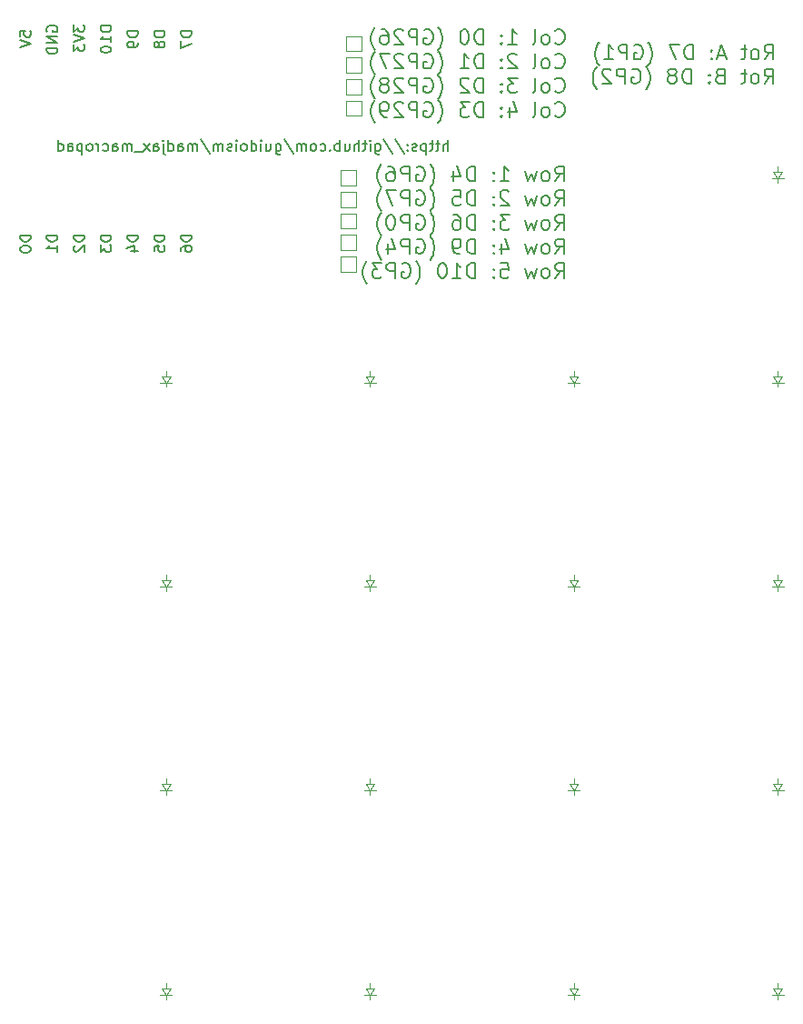
<source format=gbr>
%TF.GenerationSoftware,KiCad,Pcbnew,8.0.5*%
%TF.CreationDate,2024-10-25T18:54:30-04:00*%
%TF.ProjectId,macropad,6d616372-6f70-4616-942e-6b696361645f,v1.0.0*%
%TF.SameCoordinates,Original*%
%TF.FileFunction,Legend,Bot*%
%TF.FilePolarity,Positive*%
%FSLAX46Y46*%
G04 Gerber Fmt 4.6, Leading zero omitted, Abs format (unit mm)*
G04 Created by KiCad (PCBNEW 8.0.5) date 2024-10-25 18:54:30*
%MOMM*%
%LPD*%
G01*
G04 APERTURE LIST*
%ADD10C,0.150000*%
%ADD11C,0.100000*%
%ADD12C,0.120000*%
G04 APERTURE END LIST*
D10*
X134767982Y-47805178D02*
X135234649Y-47138512D01*
X135567982Y-47805178D02*
X135567982Y-46405178D01*
X135567982Y-46405178D02*
X135034649Y-46405178D01*
X135034649Y-46405178D02*
X134901316Y-46471845D01*
X134901316Y-46471845D02*
X134834649Y-46538512D01*
X134834649Y-46538512D02*
X134767982Y-46671845D01*
X134767982Y-46671845D02*
X134767982Y-46871845D01*
X134767982Y-46871845D02*
X134834649Y-47005178D01*
X134834649Y-47005178D02*
X134901316Y-47071845D01*
X134901316Y-47071845D02*
X135034649Y-47138512D01*
X135034649Y-47138512D02*
X135567982Y-47138512D01*
X133967982Y-47805178D02*
X134101316Y-47738512D01*
X134101316Y-47738512D02*
X134167982Y-47671845D01*
X134167982Y-47671845D02*
X134234649Y-47538512D01*
X134234649Y-47538512D02*
X134234649Y-47138512D01*
X134234649Y-47138512D02*
X134167982Y-47005178D01*
X134167982Y-47005178D02*
X134101316Y-46938512D01*
X134101316Y-46938512D02*
X133967982Y-46871845D01*
X133967982Y-46871845D02*
X133767982Y-46871845D01*
X133767982Y-46871845D02*
X133634649Y-46938512D01*
X133634649Y-46938512D02*
X133567982Y-47005178D01*
X133567982Y-47005178D02*
X133501316Y-47138512D01*
X133501316Y-47138512D02*
X133501316Y-47538512D01*
X133501316Y-47538512D02*
X133567982Y-47671845D01*
X133567982Y-47671845D02*
X133634649Y-47738512D01*
X133634649Y-47738512D02*
X133767982Y-47805178D01*
X133767982Y-47805178D02*
X133967982Y-47805178D01*
X133034649Y-46871845D02*
X132767982Y-47805178D01*
X132767982Y-47805178D02*
X132501315Y-47138512D01*
X132501315Y-47138512D02*
X132234649Y-47805178D01*
X132234649Y-47805178D02*
X131967982Y-46871845D01*
X129634648Y-47805178D02*
X130434648Y-47805178D01*
X130034648Y-47805178D02*
X130034648Y-46405178D01*
X130034648Y-46405178D02*
X130167981Y-46605178D01*
X130167981Y-46605178D02*
X130301315Y-46738512D01*
X130301315Y-46738512D02*
X130434648Y-46805178D01*
X129034648Y-47671845D02*
X128967982Y-47738512D01*
X128967982Y-47738512D02*
X129034648Y-47805178D01*
X129034648Y-47805178D02*
X129101315Y-47738512D01*
X129101315Y-47738512D02*
X129034648Y-47671845D01*
X129034648Y-47671845D02*
X129034648Y-47805178D01*
X129034648Y-46938512D02*
X128967982Y-47005178D01*
X128967982Y-47005178D02*
X129034648Y-47071845D01*
X129034648Y-47071845D02*
X129101315Y-47005178D01*
X129101315Y-47005178D02*
X129034648Y-46938512D01*
X129034648Y-46938512D02*
X129034648Y-47071845D01*
X127301314Y-47805178D02*
X127301314Y-46405178D01*
X127301314Y-46405178D02*
X126967981Y-46405178D01*
X126967981Y-46405178D02*
X126767981Y-46471845D01*
X126767981Y-46471845D02*
X126634648Y-46605178D01*
X126634648Y-46605178D02*
X126567981Y-46738512D01*
X126567981Y-46738512D02*
X126501314Y-47005178D01*
X126501314Y-47005178D02*
X126501314Y-47205178D01*
X126501314Y-47205178D02*
X126567981Y-47471845D01*
X126567981Y-47471845D02*
X126634648Y-47605178D01*
X126634648Y-47605178D02*
X126767981Y-47738512D01*
X126767981Y-47738512D02*
X126967981Y-47805178D01*
X126967981Y-47805178D02*
X127301314Y-47805178D01*
X125301314Y-46871845D02*
X125301314Y-47805178D01*
X125634648Y-46338512D02*
X125967981Y-47338512D01*
X125967981Y-47338512D02*
X125101314Y-47338512D01*
X123101314Y-48338512D02*
X123167981Y-48271845D01*
X123167981Y-48271845D02*
X123301314Y-48071845D01*
X123301314Y-48071845D02*
X123367981Y-47938512D01*
X123367981Y-47938512D02*
X123434648Y-47738512D01*
X123434648Y-47738512D02*
X123501314Y-47405178D01*
X123501314Y-47405178D02*
X123501314Y-47138512D01*
X123501314Y-47138512D02*
X123434648Y-46805178D01*
X123434648Y-46805178D02*
X123367981Y-46605178D01*
X123367981Y-46605178D02*
X123301314Y-46471845D01*
X123301314Y-46471845D02*
X123167981Y-46271845D01*
X123167981Y-46271845D02*
X123101314Y-46205178D01*
X121834648Y-46471845D02*
X121967981Y-46405178D01*
X121967981Y-46405178D02*
X122167981Y-46405178D01*
X122167981Y-46405178D02*
X122367981Y-46471845D01*
X122367981Y-46471845D02*
X122501315Y-46605178D01*
X122501315Y-46605178D02*
X122567981Y-46738512D01*
X122567981Y-46738512D02*
X122634648Y-47005178D01*
X122634648Y-47005178D02*
X122634648Y-47205178D01*
X122634648Y-47205178D02*
X122567981Y-47471845D01*
X122567981Y-47471845D02*
X122501315Y-47605178D01*
X122501315Y-47605178D02*
X122367981Y-47738512D01*
X122367981Y-47738512D02*
X122167981Y-47805178D01*
X122167981Y-47805178D02*
X122034648Y-47805178D01*
X122034648Y-47805178D02*
X121834648Y-47738512D01*
X121834648Y-47738512D02*
X121767981Y-47671845D01*
X121767981Y-47671845D02*
X121767981Y-47205178D01*
X121767981Y-47205178D02*
X122034648Y-47205178D01*
X121167981Y-47805178D02*
X121167981Y-46405178D01*
X121167981Y-46405178D02*
X120634648Y-46405178D01*
X120634648Y-46405178D02*
X120501315Y-46471845D01*
X120501315Y-46471845D02*
X120434648Y-46538512D01*
X120434648Y-46538512D02*
X120367981Y-46671845D01*
X120367981Y-46671845D02*
X120367981Y-46871845D01*
X120367981Y-46871845D02*
X120434648Y-47005178D01*
X120434648Y-47005178D02*
X120501315Y-47071845D01*
X120501315Y-47071845D02*
X120634648Y-47138512D01*
X120634648Y-47138512D02*
X121167981Y-47138512D01*
X119167981Y-46405178D02*
X119434648Y-46405178D01*
X119434648Y-46405178D02*
X119567981Y-46471845D01*
X119567981Y-46471845D02*
X119634648Y-46538512D01*
X119634648Y-46538512D02*
X119767981Y-46738512D01*
X119767981Y-46738512D02*
X119834648Y-47005178D01*
X119834648Y-47005178D02*
X119834648Y-47538512D01*
X119834648Y-47538512D02*
X119767981Y-47671845D01*
X119767981Y-47671845D02*
X119701315Y-47738512D01*
X119701315Y-47738512D02*
X119567981Y-47805178D01*
X119567981Y-47805178D02*
X119301315Y-47805178D01*
X119301315Y-47805178D02*
X119167981Y-47738512D01*
X119167981Y-47738512D02*
X119101315Y-47671845D01*
X119101315Y-47671845D02*
X119034648Y-47538512D01*
X119034648Y-47538512D02*
X119034648Y-47205178D01*
X119034648Y-47205178D02*
X119101315Y-47071845D01*
X119101315Y-47071845D02*
X119167981Y-47005178D01*
X119167981Y-47005178D02*
X119301315Y-46938512D01*
X119301315Y-46938512D02*
X119567981Y-46938512D01*
X119567981Y-46938512D02*
X119701315Y-47005178D01*
X119701315Y-47005178D02*
X119767981Y-47071845D01*
X119767981Y-47071845D02*
X119834648Y-47205178D01*
X118567982Y-48338512D02*
X118501315Y-48271845D01*
X118501315Y-48271845D02*
X118367982Y-48071845D01*
X118367982Y-48071845D02*
X118301315Y-47938512D01*
X118301315Y-47938512D02*
X118234648Y-47738512D01*
X118234648Y-47738512D02*
X118167982Y-47405178D01*
X118167982Y-47405178D02*
X118167982Y-47138512D01*
X118167982Y-47138512D02*
X118234648Y-46805178D01*
X118234648Y-46805178D02*
X118301315Y-46605178D01*
X118301315Y-46605178D02*
X118367982Y-46471845D01*
X118367982Y-46471845D02*
X118501315Y-46271845D01*
X118501315Y-46271845D02*
X118567982Y-46205178D01*
X134767982Y-50059100D02*
X135234649Y-49392434D01*
X135567982Y-50059100D02*
X135567982Y-48659100D01*
X135567982Y-48659100D02*
X135034649Y-48659100D01*
X135034649Y-48659100D02*
X134901316Y-48725767D01*
X134901316Y-48725767D02*
X134834649Y-48792434D01*
X134834649Y-48792434D02*
X134767982Y-48925767D01*
X134767982Y-48925767D02*
X134767982Y-49125767D01*
X134767982Y-49125767D02*
X134834649Y-49259100D01*
X134834649Y-49259100D02*
X134901316Y-49325767D01*
X134901316Y-49325767D02*
X135034649Y-49392434D01*
X135034649Y-49392434D02*
X135567982Y-49392434D01*
X133967982Y-50059100D02*
X134101316Y-49992434D01*
X134101316Y-49992434D02*
X134167982Y-49925767D01*
X134167982Y-49925767D02*
X134234649Y-49792434D01*
X134234649Y-49792434D02*
X134234649Y-49392434D01*
X134234649Y-49392434D02*
X134167982Y-49259100D01*
X134167982Y-49259100D02*
X134101316Y-49192434D01*
X134101316Y-49192434D02*
X133967982Y-49125767D01*
X133967982Y-49125767D02*
X133767982Y-49125767D01*
X133767982Y-49125767D02*
X133634649Y-49192434D01*
X133634649Y-49192434D02*
X133567982Y-49259100D01*
X133567982Y-49259100D02*
X133501316Y-49392434D01*
X133501316Y-49392434D02*
X133501316Y-49792434D01*
X133501316Y-49792434D02*
X133567982Y-49925767D01*
X133567982Y-49925767D02*
X133634649Y-49992434D01*
X133634649Y-49992434D02*
X133767982Y-50059100D01*
X133767982Y-50059100D02*
X133967982Y-50059100D01*
X133034649Y-49125767D02*
X132767982Y-50059100D01*
X132767982Y-50059100D02*
X132501315Y-49392434D01*
X132501315Y-49392434D02*
X132234649Y-50059100D01*
X132234649Y-50059100D02*
X131967982Y-49125767D01*
X130434648Y-48792434D02*
X130367981Y-48725767D01*
X130367981Y-48725767D02*
X130234648Y-48659100D01*
X130234648Y-48659100D02*
X129901315Y-48659100D01*
X129901315Y-48659100D02*
X129767981Y-48725767D01*
X129767981Y-48725767D02*
X129701315Y-48792434D01*
X129701315Y-48792434D02*
X129634648Y-48925767D01*
X129634648Y-48925767D02*
X129634648Y-49059100D01*
X129634648Y-49059100D02*
X129701315Y-49259100D01*
X129701315Y-49259100D02*
X130501315Y-50059100D01*
X130501315Y-50059100D02*
X129634648Y-50059100D01*
X129034648Y-49925767D02*
X128967982Y-49992434D01*
X128967982Y-49992434D02*
X129034648Y-50059100D01*
X129034648Y-50059100D02*
X129101315Y-49992434D01*
X129101315Y-49992434D02*
X129034648Y-49925767D01*
X129034648Y-49925767D02*
X129034648Y-50059100D01*
X129034648Y-49192434D02*
X128967982Y-49259100D01*
X128967982Y-49259100D02*
X129034648Y-49325767D01*
X129034648Y-49325767D02*
X129101315Y-49259100D01*
X129101315Y-49259100D02*
X129034648Y-49192434D01*
X129034648Y-49192434D02*
X129034648Y-49325767D01*
X127301314Y-50059100D02*
X127301314Y-48659100D01*
X127301314Y-48659100D02*
X126967981Y-48659100D01*
X126967981Y-48659100D02*
X126767981Y-48725767D01*
X126767981Y-48725767D02*
X126634648Y-48859100D01*
X126634648Y-48859100D02*
X126567981Y-48992434D01*
X126567981Y-48992434D02*
X126501314Y-49259100D01*
X126501314Y-49259100D02*
X126501314Y-49459100D01*
X126501314Y-49459100D02*
X126567981Y-49725767D01*
X126567981Y-49725767D02*
X126634648Y-49859100D01*
X126634648Y-49859100D02*
X126767981Y-49992434D01*
X126767981Y-49992434D02*
X126967981Y-50059100D01*
X126967981Y-50059100D02*
X127301314Y-50059100D01*
X125234648Y-48659100D02*
X125901314Y-48659100D01*
X125901314Y-48659100D02*
X125967981Y-49325767D01*
X125967981Y-49325767D02*
X125901314Y-49259100D01*
X125901314Y-49259100D02*
X125767981Y-49192434D01*
X125767981Y-49192434D02*
X125434648Y-49192434D01*
X125434648Y-49192434D02*
X125301314Y-49259100D01*
X125301314Y-49259100D02*
X125234648Y-49325767D01*
X125234648Y-49325767D02*
X125167981Y-49459100D01*
X125167981Y-49459100D02*
X125167981Y-49792434D01*
X125167981Y-49792434D02*
X125234648Y-49925767D01*
X125234648Y-49925767D02*
X125301314Y-49992434D01*
X125301314Y-49992434D02*
X125434648Y-50059100D01*
X125434648Y-50059100D02*
X125767981Y-50059100D01*
X125767981Y-50059100D02*
X125901314Y-49992434D01*
X125901314Y-49992434D02*
X125967981Y-49925767D01*
X123101314Y-50592434D02*
X123167981Y-50525767D01*
X123167981Y-50525767D02*
X123301314Y-50325767D01*
X123301314Y-50325767D02*
X123367981Y-50192434D01*
X123367981Y-50192434D02*
X123434648Y-49992434D01*
X123434648Y-49992434D02*
X123501314Y-49659100D01*
X123501314Y-49659100D02*
X123501314Y-49392434D01*
X123501314Y-49392434D02*
X123434648Y-49059100D01*
X123434648Y-49059100D02*
X123367981Y-48859100D01*
X123367981Y-48859100D02*
X123301314Y-48725767D01*
X123301314Y-48725767D02*
X123167981Y-48525767D01*
X123167981Y-48525767D02*
X123101314Y-48459100D01*
X121834648Y-48725767D02*
X121967981Y-48659100D01*
X121967981Y-48659100D02*
X122167981Y-48659100D01*
X122167981Y-48659100D02*
X122367981Y-48725767D01*
X122367981Y-48725767D02*
X122501315Y-48859100D01*
X122501315Y-48859100D02*
X122567981Y-48992434D01*
X122567981Y-48992434D02*
X122634648Y-49259100D01*
X122634648Y-49259100D02*
X122634648Y-49459100D01*
X122634648Y-49459100D02*
X122567981Y-49725767D01*
X122567981Y-49725767D02*
X122501315Y-49859100D01*
X122501315Y-49859100D02*
X122367981Y-49992434D01*
X122367981Y-49992434D02*
X122167981Y-50059100D01*
X122167981Y-50059100D02*
X122034648Y-50059100D01*
X122034648Y-50059100D02*
X121834648Y-49992434D01*
X121834648Y-49992434D02*
X121767981Y-49925767D01*
X121767981Y-49925767D02*
X121767981Y-49459100D01*
X121767981Y-49459100D02*
X122034648Y-49459100D01*
X121167981Y-50059100D02*
X121167981Y-48659100D01*
X121167981Y-48659100D02*
X120634648Y-48659100D01*
X120634648Y-48659100D02*
X120501315Y-48725767D01*
X120501315Y-48725767D02*
X120434648Y-48792434D01*
X120434648Y-48792434D02*
X120367981Y-48925767D01*
X120367981Y-48925767D02*
X120367981Y-49125767D01*
X120367981Y-49125767D02*
X120434648Y-49259100D01*
X120434648Y-49259100D02*
X120501315Y-49325767D01*
X120501315Y-49325767D02*
X120634648Y-49392434D01*
X120634648Y-49392434D02*
X121167981Y-49392434D01*
X119901315Y-48659100D02*
X118967981Y-48659100D01*
X118967981Y-48659100D02*
X119567981Y-50059100D01*
X118567982Y-50592434D02*
X118501315Y-50525767D01*
X118501315Y-50525767D02*
X118367982Y-50325767D01*
X118367982Y-50325767D02*
X118301315Y-50192434D01*
X118301315Y-50192434D02*
X118234648Y-49992434D01*
X118234648Y-49992434D02*
X118167982Y-49659100D01*
X118167982Y-49659100D02*
X118167982Y-49392434D01*
X118167982Y-49392434D02*
X118234648Y-49059100D01*
X118234648Y-49059100D02*
X118301315Y-48859100D01*
X118301315Y-48859100D02*
X118367982Y-48725767D01*
X118367982Y-48725767D02*
X118501315Y-48525767D01*
X118501315Y-48525767D02*
X118567982Y-48459100D01*
X134767982Y-52313022D02*
X135234649Y-51646356D01*
X135567982Y-52313022D02*
X135567982Y-50913022D01*
X135567982Y-50913022D02*
X135034649Y-50913022D01*
X135034649Y-50913022D02*
X134901316Y-50979689D01*
X134901316Y-50979689D02*
X134834649Y-51046356D01*
X134834649Y-51046356D02*
X134767982Y-51179689D01*
X134767982Y-51179689D02*
X134767982Y-51379689D01*
X134767982Y-51379689D02*
X134834649Y-51513022D01*
X134834649Y-51513022D02*
X134901316Y-51579689D01*
X134901316Y-51579689D02*
X135034649Y-51646356D01*
X135034649Y-51646356D02*
X135567982Y-51646356D01*
X133967982Y-52313022D02*
X134101316Y-52246356D01*
X134101316Y-52246356D02*
X134167982Y-52179689D01*
X134167982Y-52179689D02*
X134234649Y-52046356D01*
X134234649Y-52046356D02*
X134234649Y-51646356D01*
X134234649Y-51646356D02*
X134167982Y-51513022D01*
X134167982Y-51513022D02*
X134101316Y-51446356D01*
X134101316Y-51446356D02*
X133967982Y-51379689D01*
X133967982Y-51379689D02*
X133767982Y-51379689D01*
X133767982Y-51379689D02*
X133634649Y-51446356D01*
X133634649Y-51446356D02*
X133567982Y-51513022D01*
X133567982Y-51513022D02*
X133501316Y-51646356D01*
X133501316Y-51646356D02*
X133501316Y-52046356D01*
X133501316Y-52046356D02*
X133567982Y-52179689D01*
X133567982Y-52179689D02*
X133634649Y-52246356D01*
X133634649Y-52246356D02*
X133767982Y-52313022D01*
X133767982Y-52313022D02*
X133967982Y-52313022D01*
X133034649Y-51379689D02*
X132767982Y-52313022D01*
X132767982Y-52313022D02*
X132501315Y-51646356D01*
X132501315Y-51646356D02*
X132234649Y-52313022D01*
X132234649Y-52313022D02*
X131967982Y-51379689D01*
X130501315Y-50913022D02*
X129634648Y-50913022D01*
X129634648Y-50913022D02*
X130101315Y-51446356D01*
X130101315Y-51446356D02*
X129901315Y-51446356D01*
X129901315Y-51446356D02*
X129767981Y-51513022D01*
X129767981Y-51513022D02*
X129701315Y-51579689D01*
X129701315Y-51579689D02*
X129634648Y-51713022D01*
X129634648Y-51713022D02*
X129634648Y-52046356D01*
X129634648Y-52046356D02*
X129701315Y-52179689D01*
X129701315Y-52179689D02*
X129767981Y-52246356D01*
X129767981Y-52246356D02*
X129901315Y-52313022D01*
X129901315Y-52313022D02*
X130301315Y-52313022D01*
X130301315Y-52313022D02*
X130434648Y-52246356D01*
X130434648Y-52246356D02*
X130501315Y-52179689D01*
X129034648Y-52179689D02*
X128967982Y-52246356D01*
X128967982Y-52246356D02*
X129034648Y-52313022D01*
X129034648Y-52313022D02*
X129101315Y-52246356D01*
X129101315Y-52246356D02*
X129034648Y-52179689D01*
X129034648Y-52179689D02*
X129034648Y-52313022D01*
X129034648Y-51446356D02*
X128967982Y-51513022D01*
X128967982Y-51513022D02*
X129034648Y-51579689D01*
X129034648Y-51579689D02*
X129101315Y-51513022D01*
X129101315Y-51513022D02*
X129034648Y-51446356D01*
X129034648Y-51446356D02*
X129034648Y-51579689D01*
X127301314Y-52313022D02*
X127301314Y-50913022D01*
X127301314Y-50913022D02*
X126967981Y-50913022D01*
X126967981Y-50913022D02*
X126767981Y-50979689D01*
X126767981Y-50979689D02*
X126634648Y-51113022D01*
X126634648Y-51113022D02*
X126567981Y-51246356D01*
X126567981Y-51246356D02*
X126501314Y-51513022D01*
X126501314Y-51513022D02*
X126501314Y-51713022D01*
X126501314Y-51713022D02*
X126567981Y-51979689D01*
X126567981Y-51979689D02*
X126634648Y-52113022D01*
X126634648Y-52113022D02*
X126767981Y-52246356D01*
X126767981Y-52246356D02*
X126967981Y-52313022D01*
X126967981Y-52313022D02*
X127301314Y-52313022D01*
X125301314Y-50913022D02*
X125567981Y-50913022D01*
X125567981Y-50913022D02*
X125701314Y-50979689D01*
X125701314Y-50979689D02*
X125767981Y-51046356D01*
X125767981Y-51046356D02*
X125901314Y-51246356D01*
X125901314Y-51246356D02*
X125967981Y-51513022D01*
X125967981Y-51513022D02*
X125967981Y-52046356D01*
X125967981Y-52046356D02*
X125901314Y-52179689D01*
X125901314Y-52179689D02*
X125834648Y-52246356D01*
X125834648Y-52246356D02*
X125701314Y-52313022D01*
X125701314Y-52313022D02*
X125434648Y-52313022D01*
X125434648Y-52313022D02*
X125301314Y-52246356D01*
X125301314Y-52246356D02*
X125234648Y-52179689D01*
X125234648Y-52179689D02*
X125167981Y-52046356D01*
X125167981Y-52046356D02*
X125167981Y-51713022D01*
X125167981Y-51713022D02*
X125234648Y-51579689D01*
X125234648Y-51579689D02*
X125301314Y-51513022D01*
X125301314Y-51513022D02*
X125434648Y-51446356D01*
X125434648Y-51446356D02*
X125701314Y-51446356D01*
X125701314Y-51446356D02*
X125834648Y-51513022D01*
X125834648Y-51513022D02*
X125901314Y-51579689D01*
X125901314Y-51579689D02*
X125967981Y-51713022D01*
X123101314Y-52846356D02*
X123167981Y-52779689D01*
X123167981Y-52779689D02*
X123301314Y-52579689D01*
X123301314Y-52579689D02*
X123367981Y-52446356D01*
X123367981Y-52446356D02*
X123434648Y-52246356D01*
X123434648Y-52246356D02*
X123501314Y-51913022D01*
X123501314Y-51913022D02*
X123501314Y-51646356D01*
X123501314Y-51646356D02*
X123434648Y-51313022D01*
X123434648Y-51313022D02*
X123367981Y-51113022D01*
X123367981Y-51113022D02*
X123301314Y-50979689D01*
X123301314Y-50979689D02*
X123167981Y-50779689D01*
X123167981Y-50779689D02*
X123101314Y-50713022D01*
X121834648Y-50979689D02*
X121967981Y-50913022D01*
X121967981Y-50913022D02*
X122167981Y-50913022D01*
X122167981Y-50913022D02*
X122367981Y-50979689D01*
X122367981Y-50979689D02*
X122501315Y-51113022D01*
X122501315Y-51113022D02*
X122567981Y-51246356D01*
X122567981Y-51246356D02*
X122634648Y-51513022D01*
X122634648Y-51513022D02*
X122634648Y-51713022D01*
X122634648Y-51713022D02*
X122567981Y-51979689D01*
X122567981Y-51979689D02*
X122501315Y-52113022D01*
X122501315Y-52113022D02*
X122367981Y-52246356D01*
X122367981Y-52246356D02*
X122167981Y-52313022D01*
X122167981Y-52313022D02*
X122034648Y-52313022D01*
X122034648Y-52313022D02*
X121834648Y-52246356D01*
X121834648Y-52246356D02*
X121767981Y-52179689D01*
X121767981Y-52179689D02*
X121767981Y-51713022D01*
X121767981Y-51713022D02*
X122034648Y-51713022D01*
X121167981Y-52313022D02*
X121167981Y-50913022D01*
X121167981Y-50913022D02*
X120634648Y-50913022D01*
X120634648Y-50913022D02*
X120501315Y-50979689D01*
X120501315Y-50979689D02*
X120434648Y-51046356D01*
X120434648Y-51046356D02*
X120367981Y-51179689D01*
X120367981Y-51179689D02*
X120367981Y-51379689D01*
X120367981Y-51379689D02*
X120434648Y-51513022D01*
X120434648Y-51513022D02*
X120501315Y-51579689D01*
X120501315Y-51579689D02*
X120634648Y-51646356D01*
X120634648Y-51646356D02*
X121167981Y-51646356D01*
X119501315Y-50913022D02*
X119367981Y-50913022D01*
X119367981Y-50913022D02*
X119234648Y-50979689D01*
X119234648Y-50979689D02*
X119167981Y-51046356D01*
X119167981Y-51046356D02*
X119101315Y-51179689D01*
X119101315Y-51179689D02*
X119034648Y-51446356D01*
X119034648Y-51446356D02*
X119034648Y-51779689D01*
X119034648Y-51779689D02*
X119101315Y-52046356D01*
X119101315Y-52046356D02*
X119167981Y-52179689D01*
X119167981Y-52179689D02*
X119234648Y-52246356D01*
X119234648Y-52246356D02*
X119367981Y-52313022D01*
X119367981Y-52313022D02*
X119501315Y-52313022D01*
X119501315Y-52313022D02*
X119634648Y-52246356D01*
X119634648Y-52246356D02*
X119701315Y-52179689D01*
X119701315Y-52179689D02*
X119767981Y-52046356D01*
X119767981Y-52046356D02*
X119834648Y-51779689D01*
X119834648Y-51779689D02*
X119834648Y-51446356D01*
X119834648Y-51446356D02*
X119767981Y-51179689D01*
X119767981Y-51179689D02*
X119701315Y-51046356D01*
X119701315Y-51046356D02*
X119634648Y-50979689D01*
X119634648Y-50979689D02*
X119501315Y-50913022D01*
X118567982Y-52846356D02*
X118501315Y-52779689D01*
X118501315Y-52779689D02*
X118367982Y-52579689D01*
X118367982Y-52579689D02*
X118301315Y-52446356D01*
X118301315Y-52446356D02*
X118234648Y-52246356D01*
X118234648Y-52246356D02*
X118167982Y-51913022D01*
X118167982Y-51913022D02*
X118167982Y-51646356D01*
X118167982Y-51646356D02*
X118234648Y-51313022D01*
X118234648Y-51313022D02*
X118301315Y-51113022D01*
X118301315Y-51113022D02*
X118367982Y-50979689D01*
X118367982Y-50979689D02*
X118501315Y-50779689D01*
X118501315Y-50779689D02*
X118567982Y-50713022D01*
X134767982Y-54566944D02*
X135234649Y-53900278D01*
X135567982Y-54566944D02*
X135567982Y-53166944D01*
X135567982Y-53166944D02*
X135034649Y-53166944D01*
X135034649Y-53166944D02*
X134901316Y-53233611D01*
X134901316Y-53233611D02*
X134834649Y-53300278D01*
X134834649Y-53300278D02*
X134767982Y-53433611D01*
X134767982Y-53433611D02*
X134767982Y-53633611D01*
X134767982Y-53633611D02*
X134834649Y-53766944D01*
X134834649Y-53766944D02*
X134901316Y-53833611D01*
X134901316Y-53833611D02*
X135034649Y-53900278D01*
X135034649Y-53900278D02*
X135567982Y-53900278D01*
X133967982Y-54566944D02*
X134101316Y-54500278D01*
X134101316Y-54500278D02*
X134167982Y-54433611D01*
X134167982Y-54433611D02*
X134234649Y-54300278D01*
X134234649Y-54300278D02*
X134234649Y-53900278D01*
X134234649Y-53900278D02*
X134167982Y-53766944D01*
X134167982Y-53766944D02*
X134101316Y-53700278D01*
X134101316Y-53700278D02*
X133967982Y-53633611D01*
X133967982Y-53633611D02*
X133767982Y-53633611D01*
X133767982Y-53633611D02*
X133634649Y-53700278D01*
X133634649Y-53700278D02*
X133567982Y-53766944D01*
X133567982Y-53766944D02*
X133501316Y-53900278D01*
X133501316Y-53900278D02*
X133501316Y-54300278D01*
X133501316Y-54300278D02*
X133567982Y-54433611D01*
X133567982Y-54433611D02*
X133634649Y-54500278D01*
X133634649Y-54500278D02*
X133767982Y-54566944D01*
X133767982Y-54566944D02*
X133967982Y-54566944D01*
X133034649Y-53633611D02*
X132767982Y-54566944D01*
X132767982Y-54566944D02*
X132501315Y-53900278D01*
X132501315Y-53900278D02*
X132234649Y-54566944D01*
X132234649Y-54566944D02*
X131967982Y-53633611D01*
X129767981Y-53633611D02*
X129767981Y-54566944D01*
X130101315Y-53100278D02*
X130434648Y-54100278D01*
X130434648Y-54100278D02*
X129567981Y-54100278D01*
X129034648Y-54433611D02*
X128967982Y-54500278D01*
X128967982Y-54500278D02*
X129034648Y-54566944D01*
X129034648Y-54566944D02*
X129101315Y-54500278D01*
X129101315Y-54500278D02*
X129034648Y-54433611D01*
X129034648Y-54433611D02*
X129034648Y-54566944D01*
X129034648Y-53700278D02*
X128967982Y-53766944D01*
X128967982Y-53766944D02*
X129034648Y-53833611D01*
X129034648Y-53833611D02*
X129101315Y-53766944D01*
X129101315Y-53766944D02*
X129034648Y-53700278D01*
X129034648Y-53700278D02*
X129034648Y-53833611D01*
X127301314Y-54566944D02*
X127301314Y-53166944D01*
X127301314Y-53166944D02*
X126967981Y-53166944D01*
X126967981Y-53166944D02*
X126767981Y-53233611D01*
X126767981Y-53233611D02*
X126634648Y-53366944D01*
X126634648Y-53366944D02*
X126567981Y-53500278D01*
X126567981Y-53500278D02*
X126501314Y-53766944D01*
X126501314Y-53766944D02*
X126501314Y-53966944D01*
X126501314Y-53966944D02*
X126567981Y-54233611D01*
X126567981Y-54233611D02*
X126634648Y-54366944D01*
X126634648Y-54366944D02*
X126767981Y-54500278D01*
X126767981Y-54500278D02*
X126967981Y-54566944D01*
X126967981Y-54566944D02*
X127301314Y-54566944D01*
X125834648Y-54566944D02*
X125567981Y-54566944D01*
X125567981Y-54566944D02*
X125434648Y-54500278D01*
X125434648Y-54500278D02*
X125367981Y-54433611D01*
X125367981Y-54433611D02*
X125234648Y-54233611D01*
X125234648Y-54233611D02*
X125167981Y-53966944D01*
X125167981Y-53966944D02*
X125167981Y-53433611D01*
X125167981Y-53433611D02*
X125234648Y-53300278D01*
X125234648Y-53300278D02*
X125301314Y-53233611D01*
X125301314Y-53233611D02*
X125434648Y-53166944D01*
X125434648Y-53166944D02*
X125701314Y-53166944D01*
X125701314Y-53166944D02*
X125834648Y-53233611D01*
X125834648Y-53233611D02*
X125901314Y-53300278D01*
X125901314Y-53300278D02*
X125967981Y-53433611D01*
X125967981Y-53433611D02*
X125967981Y-53766944D01*
X125967981Y-53766944D02*
X125901314Y-53900278D01*
X125901314Y-53900278D02*
X125834648Y-53966944D01*
X125834648Y-53966944D02*
X125701314Y-54033611D01*
X125701314Y-54033611D02*
X125434648Y-54033611D01*
X125434648Y-54033611D02*
X125301314Y-53966944D01*
X125301314Y-53966944D02*
X125234648Y-53900278D01*
X125234648Y-53900278D02*
X125167981Y-53766944D01*
X123101314Y-55100278D02*
X123167981Y-55033611D01*
X123167981Y-55033611D02*
X123301314Y-54833611D01*
X123301314Y-54833611D02*
X123367981Y-54700278D01*
X123367981Y-54700278D02*
X123434648Y-54500278D01*
X123434648Y-54500278D02*
X123501314Y-54166944D01*
X123501314Y-54166944D02*
X123501314Y-53900278D01*
X123501314Y-53900278D02*
X123434648Y-53566944D01*
X123434648Y-53566944D02*
X123367981Y-53366944D01*
X123367981Y-53366944D02*
X123301314Y-53233611D01*
X123301314Y-53233611D02*
X123167981Y-53033611D01*
X123167981Y-53033611D02*
X123101314Y-52966944D01*
X121834648Y-53233611D02*
X121967981Y-53166944D01*
X121967981Y-53166944D02*
X122167981Y-53166944D01*
X122167981Y-53166944D02*
X122367981Y-53233611D01*
X122367981Y-53233611D02*
X122501315Y-53366944D01*
X122501315Y-53366944D02*
X122567981Y-53500278D01*
X122567981Y-53500278D02*
X122634648Y-53766944D01*
X122634648Y-53766944D02*
X122634648Y-53966944D01*
X122634648Y-53966944D02*
X122567981Y-54233611D01*
X122567981Y-54233611D02*
X122501315Y-54366944D01*
X122501315Y-54366944D02*
X122367981Y-54500278D01*
X122367981Y-54500278D02*
X122167981Y-54566944D01*
X122167981Y-54566944D02*
X122034648Y-54566944D01*
X122034648Y-54566944D02*
X121834648Y-54500278D01*
X121834648Y-54500278D02*
X121767981Y-54433611D01*
X121767981Y-54433611D02*
X121767981Y-53966944D01*
X121767981Y-53966944D02*
X122034648Y-53966944D01*
X121167981Y-54566944D02*
X121167981Y-53166944D01*
X121167981Y-53166944D02*
X120634648Y-53166944D01*
X120634648Y-53166944D02*
X120501315Y-53233611D01*
X120501315Y-53233611D02*
X120434648Y-53300278D01*
X120434648Y-53300278D02*
X120367981Y-53433611D01*
X120367981Y-53433611D02*
X120367981Y-53633611D01*
X120367981Y-53633611D02*
X120434648Y-53766944D01*
X120434648Y-53766944D02*
X120501315Y-53833611D01*
X120501315Y-53833611D02*
X120634648Y-53900278D01*
X120634648Y-53900278D02*
X121167981Y-53900278D01*
X119167981Y-53633611D02*
X119167981Y-54566944D01*
X119501315Y-53100278D02*
X119834648Y-54100278D01*
X119834648Y-54100278D02*
X118967981Y-54100278D01*
X118567982Y-55100278D02*
X118501315Y-55033611D01*
X118501315Y-55033611D02*
X118367982Y-54833611D01*
X118367982Y-54833611D02*
X118301315Y-54700278D01*
X118301315Y-54700278D02*
X118234648Y-54500278D01*
X118234648Y-54500278D02*
X118167982Y-54166944D01*
X118167982Y-54166944D02*
X118167982Y-53900278D01*
X118167982Y-53900278D02*
X118234648Y-53566944D01*
X118234648Y-53566944D02*
X118301315Y-53366944D01*
X118301315Y-53366944D02*
X118367982Y-53233611D01*
X118367982Y-53233611D02*
X118501315Y-53033611D01*
X118501315Y-53033611D02*
X118567982Y-52966944D01*
X134767982Y-56820866D02*
X135234649Y-56154200D01*
X135567982Y-56820866D02*
X135567982Y-55420866D01*
X135567982Y-55420866D02*
X135034649Y-55420866D01*
X135034649Y-55420866D02*
X134901316Y-55487533D01*
X134901316Y-55487533D02*
X134834649Y-55554200D01*
X134834649Y-55554200D02*
X134767982Y-55687533D01*
X134767982Y-55687533D02*
X134767982Y-55887533D01*
X134767982Y-55887533D02*
X134834649Y-56020866D01*
X134834649Y-56020866D02*
X134901316Y-56087533D01*
X134901316Y-56087533D02*
X135034649Y-56154200D01*
X135034649Y-56154200D02*
X135567982Y-56154200D01*
X133967982Y-56820866D02*
X134101316Y-56754200D01*
X134101316Y-56754200D02*
X134167982Y-56687533D01*
X134167982Y-56687533D02*
X134234649Y-56554200D01*
X134234649Y-56554200D02*
X134234649Y-56154200D01*
X134234649Y-56154200D02*
X134167982Y-56020866D01*
X134167982Y-56020866D02*
X134101316Y-55954200D01*
X134101316Y-55954200D02*
X133967982Y-55887533D01*
X133967982Y-55887533D02*
X133767982Y-55887533D01*
X133767982Y-55887533D02*
X133634649Y-55954200D01*
X133634649Y-55954200D02*
X133567982Y-56020866D01*
X133567982Y-56020866D02*
X133501316Y-56154200D01*
X133501316Y-56154200D02*
X133501316Y-56554200D01*
X133501316Y-56554200D02*
X133567982Y-56687533D01*
X133567982Y-56687533D02*
X133634649Y-56754200D01*
X133634649Y-56754200D02*
X133767982Y-56820866D01*
X133767982Y-56820866D02*
X133967982Y-56820866D01*
X133034649Y-55887533D02*
X132767982Y-56820866D01*
X132767982Y-56820866D02*
X132501315Y-56154200D01*
X132501315Y-56154200D02*
X132234649Y-56820866D01*
X132234649Y-56820866D02*
X131967982Y-55887533D01*
X129701315Y-55420866D02*
X130367981Y-55420866D01*
X130367981Y-55420866D02*
X130434648Y-56087533D01*
X130434648Y-56087533D02*
X130367981Y-56020866D01*
X130367981Y-56020866D02*
X130234648Y-55954200D01*
X130234648Y-55954200D02*
X129901315Y-55954200D01*
X129901315Y-55954200D02*
X129767981Y-56020866D01*
X129767981Y-56020866D02*
X129701315Y-56087533D01*
X129701315Y-56087533D02*
X129634648Y-56220866D01*
X129634648Y-56220866D02*
X129634648Y-56554200D01*
X129634648Y-56554200D02*
X129701315Y-56687533D01*
X129701315Y-56687533D02*
X129767981Y-56754200D01*
X129767981Y-56754200D02*
X129901315Y-56820866D01*
X129901315Y-56820866D02*
X130234648Y-56820866D01*
X130234648Y-56820866D02*
X130367981Y-56754200D01*
X130367981Y-56754200D02*
X130434648Y-56687533D01*
X129034648Y-56687533D02*
X128967982Y-56754200D01*
X128967982Y-56754200D02*
X129034648Y-56820866D01*
X129034648Y-56820866D02*
X129101315Y-56754200D01*
X129101315Y-56754200D02*
X129034648Y-56687533D01*
X129034648Y-56687533D02*
X129034648Y-56820866D01*
X129034648Y-55954200D02*
X128967982Y-56020866D01*
X128967982Y-56020866D02*
X129034648Y-56087533D01*
X129034648Y-56087533D02*
X129101315Y-56020866D01*
X129101315Y-56020866D02*
X129034648Y-55954200D01*
X129034648Y-55954200D02*
X129034648Y-56087533D01*
X127301314Y-56820866D02*
X127301314Y-55420866D01*
X127301314Y-55420866D02*
X126967981Y-55420866D01*
X126967981Y-55420866D02*
X126767981Y-55487533D01*
X126767981Y-55487533D02*
X126634648Y-55620866D01*
X126634648Y-55620866D02*
X126567981Y-55754200D01*
X126567981Y-55754200D02*
X126501314Y-56020866D01*
X126501314Y-56020866D02*
X126501314Y-56220866D01*
X126501314Y-56220866D02*
X126567981Y-56487533D01*
X126567981Y-56487533D02*
X126634648Y-56620866D01*
X126634648Y-56620866D02*
X126767981Y-56754200D01*
X126767981Y-56754200D02*
X126967981Y-56820866D01*
X126967981Y-56820866D02*
X127301314Y-56820866D01*
X125167981Y-56820866D02*
X125967981Y-56820866D01*
X125567981Y-56820866D02*
X125567981Y-55420866D01*
X125567981Y-55420866D02*
X125701314Y-55620866D01*
X125701314Y-55620866D02*
X125834648Y-55754200D01*
X125834648Y-55754200D02*
X125967981Y-55820866D01*
X124301315Y-55420866D02*
X124167981Y-55420866D01*
X124167981Y-55420866D02*
X124034648Y-55487533D01*
X124034648Y-55487533D02*
X123967981Y-55554200D01*
X123967981Y-55554200D02*
X123901315Y-55687533D01*
X123901315Y-55687533D02*
X123834648Y-55954200D01*
X123834648Y-55954200D02*
X123834648Y-56287533D01*
X123834648Y-56287533D02*
X123901315Y-56554200D01*
X123901315Y-56554200D02*
X123967981Y-56687533D01*
X123967981Y-56687533D02*
X124034648Y-56754200D01*
X124034648Y-56754200D02*
X124167981Y-56820866D01*
X124167981Y-56820866D02*
X124301315Y-56820866D01*
X124301315Y-56820866D02*
X124434648Y-56754200D01*
X124434648Y-56754200D02*
X124501315Y-56687533D01*
X124501315Y-56687533D02*
X124567981Y-56554200D01*
X124567981Y-56554200D02*
X124634648Y-56287533D01*
X124634648Y-56287533D02*
X124634648Y-55954200D01*
X124634648Y-55954200D02*
X124567981Y-55687533D01*
X124567981Y-55687533D02*
X124501315Y-55554200D01*
X124501315Y-55554200D02*
X124434648Y-55487533D01*
X124434648Y-55487533D02*
X124301315Y-55420866D01*
X121767981Y-57354200D02*
X121834648Y-57287533D01*
X121834648Y-57287533D02*
X121967981Y-57087533D01*
X121967981Y-57087533D02*
X122034648Y-56954200D01*
X122034648Y-56954200D02*
X122101315Y-56754200D01*
X122101315Y-56754200D02*
X122167981Y-56420866D01*
X122167981Y-56420866D02*
X122167981Y-56154200D01*
X122167981Y-56154200D02*
X122101315Y-55820866D01*
X122101315Y-55820866D02*
X122034648Y-55620866D01*
X122034648Y-55620866D02*
X121967981Y-55487533D01*
X121967981Y-55487533D02*
X121834648Y-55287533D01*
X121834648Y-55287533D02*
X121767981Y-55220866D01*
X120501315Y-55487533D02*
X120634648Y-55420866D01*
X120634648Y-55420866D02*
X120834648Y-55420866D01*
X120834648Y-55420866D02*
X121034648Y-55487533D01*
X121034648Y-55487533D02*
X121167982Y-55620866D01*
X121167982Y-55620866D02*
X121234648Y-55754200D01*
X121234648Y-55754200D02*
X121301315Y-56020866D01*
X121301315Y-56020866D02*
X121301315Y-56220866D01*
X121301315Y-56220866D02*
X121234648Y-56487533D01*
X121234648Y-56487533D02*
X121167982Y-56620866D01*
X121167982Y-56620866D02*
X121034648Y-56754200D01*
X121034648Y-56754200D02*
X120834648Y-56820866D01*
X120834648Y-56820866D02*
X120701315Y-56820866D01*
X120701315Y-56820866D02*
X120501315Y-56754200D01*
X120501315Y-56754200D02*
X120434648Y-56687533D01*
X120434648Y-56687533D02*
X120434648Y-56220866D01*
X120434648Y-56220866D02*
X120701315Y-56220866D01*
X119834648Y-56820866D02*
X119834648Y-55420866D01*
X119834648Y-55420866D02*
X119301315Y-55420866D01*
X119301315Y-55420866D02*
X119167982Y-55487533D01*
X119167982Y-55487533D02*
X119101315Y-55554200D01*
X119101315Y-55554200D02*
X119034648Y-55687533D01*
X119034648Y-55687533D02*
X119034648Y-55887533D01*
X119034648Y-55887533D02*
X119101315Y-56020866D01*
X119101315Y-56020866D02*
X119167982Y-56087533D01*
X119167982Y-56087533D02*
X119301315Y-56154200D01*
X119301315Y-56154200D02*
X119834648Y-56154200D01*
X118567982Y-55420866D02*
X117701315Y-55420866D01*
X117701315Y-55420866D02*
X118167982Y-55954200D01*
X118167982Y-55954200D02*
X117967982Y-55954200D01*
X117967982Y-55954200D02*
X117834648Y-56020866D01*
X117834648Y-56020866D02*
X117767982Y-56087533D01*
X117767982Y-56087533D02*
X117701315Y-56220866D01*
X117701315Y-56220866D02*
X117701315Y-56554200D01*
X117701315Y-56554200D02*
X117767982Y-56687533D01*
X117767982Y-56687533D02*
X117834648Y-56754200D01*
X117834648Y-56754200D02*
X117967982Y-56820866D01*
X117967982Y-56820866D02*
X118367982Y-56820866D01*
X118367982Y-56820866D02*
X118501315Y-56754200D01*
X118501315Y-56754200D02*
X118567982Y-56687533D01*
X117234649Y-57354200D02*
X117167982Y-57287533D01*
X117167982Y-57287533D02*
X117034649Y-57087533D01*
X117034649Y-57087533D02*
X116967982Y-56954200D01*
X116967982Y-56954200D02*
X116901315Y-56754200D01*
X116901315Y-56754200D02*
X116834649Y-56420866D01*
X116834649Y-56420866D02*
X116834649Y-56154200D01*
X116834649Y-56154200D02*
X116901315Y-55820866D01*
X116901315Y-55820866D02*
X116967982Y-55620866D01*
X116967982Y-55620866D02*
X117034649Y-55487533D01*
X117034649Y-55487533D02*
X117167982Y-55287533D01*
X117167982Y-55287533D02*
X117234649Y-55220866D01*
X95869819Y-33836779D02*
X94869819Y-33836779D01*
X94869819Y-33836779D02*
X94869819Y-34074874D01*
X94869819Y-34074874D02*
X94917438Y-34217731D01*
X94917438Y-34217731D02*
X95012676Y-34312969D01*
X95012676Y-34312969D02*
X95107914Y-34360588D01*
X95107914Y-34360588D02*
X95298390Y-34408207D01*
X95298390Y-34408207D02*
X95441247Y-34408207D01*
X95441247Y-34408207D02*
X95631723Y-34360588D01*
X95631723Y-34360588D02*
X95726961Y-34312969D01*
X95726961Y-34312969D02*
X95822200Y-34217731D01*
X95822200Y-34217731D02*
X95869819Y-34074874D01*
X95869819Y-34074874D02*
X95869819Y-33836779D01*
X95869819Y-34884398D02*
X95869819Y-35074874D01*
X95869819Y-35074874D02*
X95822200Y-35170112D01*
X95822200Y-35170112D02*
X95774580Y-35217731D01*
X95774580Y-35217731D02*
X95631723Y-35312969D01*
X95631723Y-35312969D02*
X95441247Y-35360588D01*
X95441247Y-35360588D02*
X95060295Y-35360588D01*
X95060295Y-35360588D02*
X94965057Y-35312969D01*
X94965057Y-35312969D02*
X94917438Y-35265350D01*
X94917438Y-35265350D02*
X94869819Y-35170112D01*
X94869819Y-35170112D02*
X94869819Y-34979636D01*
X94869819Y-34979636D02*
X94917438Y-34884398D01*
X94917438Y-34884398D02*
X94965057Y-34836779D01*
X94965057Y-34836779D02*
X95060295Y-34789160D01*
X95060295Y-34789160D02*
X95298390Y-34789160D01*
X95298390Y-34789160D02*
X95393628Y-34836779D01*
X95393628Y-34836779D02*
X95441247Y-34884398D01*
X95441247Y-34884398D02*
X95488866Y-34979636D01*
X95488866Y-34979636D02*
X95488866Y-35170112D01*
X95488866Y-35170112D02*
X95441247Y-35265350D01*
X95441247Y-35265350D02*
X95393628Y-35312969D01*
X95393628Y-35312969D02*
X95298390Y-35360588D01*
X93369819Y-33336779D02*
X92369819Y-33336779D01*
X92369819Y-33336779D02*
X92369819Y-33574874D01*
X92369819Y-33574874D02*
X92417438Y-33717731D01*
X92417438Y-33717731D02*
X92512676Y-33812969D01*
X92512676Y-33812969D02*
X92607914Y-33860588D01*
X92607914Y-33860588D02*
X92798390Y-33908207D01*
X92798390Y-33908207D02*
X92941247Y-33908207D01*
X92941247Y-33908207D02*
X93131723Y-33860588D01*
X93131723Y-33860588D02*
X93226961Y-33812969D01*
X93226961Y-33812969D02*
X93322200Y-33717731D01*
X93322200Y-33717731D02*
X93369819Y-33574874D01*
X93369819Y-33574874D02*
X93369819Y-33336779D01*
X93369819Y-34860588D02*
X93369819Y-34289160D01*
X93369819Y-34574874D02*
X92369819Y-34574874D01*
X92369819Y-34574874D02*
X92512676Y-34479636D01*
X92512676Y-34479636D02*
X92607914Y-34384398D01*
X92607914Y-34384398D02*
X92655533Y-34289160D01*
X92369819Y-35479636D02*
X92369819Y-35574874D01*
X92369819Y-35574874D02*
X92417438Y-35670112D01*
X92417438Y-35670112D02*
X92465057Y-35717731D01*
X92465057Y-35717731D02*
X92560295Y-35765350D01*
X92560295Y-35765350D02*
X92750771Y-35812969D01*
X92750771Y-35812969D02*
X92988866Y-35812969D01*
X92988866Y-35812969D02*
X93179342Y-35765350D01*
X93179342Y-35765350D02*
X93274580Y-35717731D01*
X93274580Y-35717731D02*
X93322200Y-35670112D01*
X93322200Y-35670112D02*
X93369819Y-35574874D01*
X93369819Y-35574874D02*
X93369819Y-35479636D01*
X93369819Y-35479636D02*
X93322200Y-35384398D01*
X93322200Y-35384398D02*
X93274580Y-35336779D01*
X93274580Y-35336779D02*
X93179342Y-35289160D01*
X93179342Y-35289160D02*
X92988866Y-35241541D01*
X92988866Y-35241541D02*
X92750771Y-35241541D01*
X92750771Y-35241541D02*
X92560295Y-35289160D01*
X92560295Y-35289160D02*
X92465057Y-35336779D01*
X92465057Y-35336779D02*
X92417438Y-35384398D01*
X92417438Y-35384398D02*
X92369819Y-35479636D01*
X98369819Y-52836779D02*
X97369819Y-52836779D01*
X97369819Y-52836779D02*
X97369819Y-53074874D01*
X97369819Y-53074874D02*
X97417438Y-53217731D01*
X97417438Y-53217731D02*
X97512676Y-53312969D01*
X97512676Y-53312969D02*
X97607914Y-53360588D01*
X97607914Y-53360588D02*
X97798390Y-53408207D01*
X97798390Y-53408207D02*
X97941247Y-53408207D01*
X97941247Y-53408207D02*
X98131723Y-53360588D01*
X98131723Y-53360588D02*
X98226961Y-53312969D01*
X98226961Y-53312969D02*
X98322200Y-53217731D01*
X98322200Y-53217731D02*
X98369819Y-53074874D01*
X98369819Y-53074874D02*
X98369819Y-52836779D01*
X97369819Y-54312969D02*
X97369819Y-53836779D01*
X97369819Y-53836779D02*
X97846009Y-53789160D01*
X97846009Y-53789160D02*
X97798390Y-53836779D01*
X97798390Y-53836779D02*
X97750771Y-53932017D01*
X97750771Y-53932017D02*
X97750771Y-54170112D01*
X97750771Y-54170112D02*
X97798390Y-54265350D01*
X97798390Y-54265350D02*
X97846009Y-54312969D01*
X97846009Y-54312969D02*
X97941247Y-54360588D01*
X97941247Y-54360588D02*
X98179342Y-54360588D01*
X98179342Y-54360588D02*
X98274580Y-54312969D01*
X98274580Y-54312969D02*
X98322200Y-54265350D01*
X98322200Y-54265350D02*
X98369819Y-54170112D01*
X98369819Y-54170112D02*
X98369819Y-53932017D01*
X98369819Y-53932017D02*
X98322200Y-53836779D01*
X98322200Y-53836779D02*
X98274580Y-53789160D01*
X100869819Y-33836779D02*
X99869819Y-33836779D01*
X99869819Y-33836779D02*
X99869819Y-34074874D01*
X99869819Y-34074874D02*
X99917438Y-34217731D01*
X99917438Y-34217731D02*
X100012676Y-34312969D01*
X100012676Y-34312969D02*
X100107914Y-34360588D01*
X100107914Y-34360588D02*
X100298390Y-34408207D01*
X100298390Y-34408207D02*
X100441247Y-34408207D01*
X100441247Y-34408207D02*
X100631723Y-34360588D01*
X100631723Y-34360588D02*
X100726961Y-34312969D01*
X100726961Y-34312969D02*
X100822200Y-34217731D01*
X100822200Y-34217731D02*
X100869819Y-34074874D01*
X100869819Y-34074874D02*
X100869819Y-33836779D01*
X99869819Y-34741541D02*
X99869819Y-35408207D01*
X99869819Y-35408207D02*
X100869819Y-34979636D01*
X88369819Y-52836779D02*
X87369819Y-52836779D01*
X87369819Y-52836779D02*
X87369819Y-53074874D01*
X87369819Y-53074874D02*
X87417438Y-53217731D01*
X87417438Y-53217731D02*
X87512676Y-53312969D01*
X87512676Y-53312969D02*
X87607914Y-53360588D01*
X87607914Y-53360588D02*
X87798390Y-53408207D01*
X87798390Y-53408207D02*
X87941247Y-53408207D01*
X87941247Y-53408207D02*
X88131723Y-53360588D01*
X88131723Y-53360588D02*
X88226961Y-53312969D01*
X88226961Y-53312969D02*
X88322200Y-53217731D01*
X88322200Y-53217731D02*
X88369819Y-53074874D01*
X88369819Y-53074874D02*
X88369819Y-52836779D01*
X88369819Y-54360588D02*
X88369819Y-53789160D01*
X88369819Y-54074874D02*
X87369819Y-54074874D01*
X87369819Y-54074874D02*
X87512676Y-53979636D01*
X87512676Y-53979636D02*
X87607914Y-53884398D01*
X87607914Y-53884398D02*
X87655533Y-53789160D01*
X90869819Y-52836779D02*
X89869819Y-52836779D01*
X89869819Y-52836779D02*
X89869819Y-53074874D01*
X89869819Y-53074874D02*
X89917438Y-53217731D01*
X89917438Y-53217731D02*
X90012676Y-53312969D01*
X90012676Y-53312969D02*
X90107914Y-53360588D01*
X90107914Y-53360588D02*
X90298390Y-53408207D01*
X90298390Y-53408207D02*
X90441247Y-53408207D01*
X90441247Y-53408207D02*
X90631723Y-53360588D01*
X90631723Y-53360588D02*
X90726961Y-53312969D01*
X90726961Y-53312969D02*
X90822200Y-53217731D01*
X90822200Y-53217731D02*
X90869819Y-53074874D01*
X90869819Y-53074874D02*
X90869819Y-52836779D01*
X89965057Y-53789160D02*
X89917438Y-53836779D01*
X89917438Y-53836779D02*
X89869819Y-53932017D01*
X89869819Y-53932017D02*
X89869819Y-54170112D01*
X89869819Y-54170112D02*
X89917438Y-54265350D01*
X89917438Y-54265350D02*
X89965057Y-54312969D01*
X89965057Y-54312969D02*
X90060295Y-54360588D01*
X90060295Y-54360588D02*
X90155533Y-54360588D01*
X90155533Y-54360588D02*
X90298390Y-54312969D01*
X90298390Y-54312969D02*
X90869819Y-53741541D01*
X90869819Y-53741541D02*
X90869819Y-54360588D01*
X84869819Y-34312969D02*
X84869819Y-33836779D01*
X84869819Y-33836779D02*
X85346009Y-33789160D01*
X85346009Y-33789160D02*
X85298390Y-33836779D01*
X85298390Y-33836779D02*
X85250771Y-33932017D01*
X85250771Y-33932017D02*
X85250771Y-34170112D01*
X85250771Y-34170112D02*
X85298390Y-34265350D01*
X85298390Y-34265350D02*
X85346009Y-34312969D01*
X85346009Y-34312969D02*
X85441247Y-34360588D01*
X85441247Y-34360588D02*
X85679342Y-34360588D01*
X85679342Y-34360588D02*
X85774580Y-34312969D01*
X85774580Y-34312969D02*
X85822200Y-34265350D01*
X85822200Y-34265350D02*
X85869819Y-34170112D01*
X85869819Y-34170112D02*
X85869819Y-33932017D01*
X85869819Y-33932017D02*
X85822200Y-33836779D01*
X85822200Y-33836779D02*
X85774580Y-33789160D01*
X84869819Y-34646303D02*
X85869819Y-34979636D01*
X85869819Y-34979636D02*
X84869819Y-35312969D01*
X124763220Y-44969819D02*
X124763220Y-43969819D01*
X124334649Y-44969819D02*
X124334649Y-44446009D01*
X124334649Y-44446009D02*
X124382268Y-44350771D01*
X124382268Y-44350771D02*
X124477506Y-44303152D01*
X124477506Y-44303152D02*
X124620363Y-44303152D01*
X124620363Y-44303152D02*
X124715601Y-44350771D01*
X124715601Y-44350771D02*
X124763220Y-44398390D01*
X124001315Y-44303152D02*
X123620363Y-44303152D01*
X123858458Y-43969819D02*
X123858458Y-44826961D01*
X123858458Y-44826961D02*
X123810839Y-44922200D01*
X123810839Y-44922200D02*
X123715601Y-44969819D01*
X123715601Y-44969819D02*
X123620363Y-44969819D01*
X123429886Y-44303152D02*
X123048934Y-44303152D01*
X123287029Y-43969819D02*
X123287029Y-44826961D01*
X123287029Y-44826961D02*
X123239410Y-44922200D01*
X123239410Y-44922200D02*
X123144172Y-44969819D01*
X123144172Y-44969819D02*
X123048934Y-44969819D01*
X122715600Y-44303152D02*
X122715600Y-45303152D01*
X122715600Y-44350771D02*
X122620362Y-44303152D01*
X122620362Y-44303152D02*
X122429886Y-44303152D01*
X122429886Y-44303152D02*
X122334648Y-44350771D01*
X122334648Y-44350771D02*
X122287029Y-44398390D01*
X122287029Y-44398390D02*
X122239410Y-44493628D01*
X122239410Y-44493628D02*
X122239410Y-44779342D01*
X122239410Y-44779342D02*
X122287029Y-44874580D01*
X122287029Y-44874580D02*
X122334648Y-44922200D01*
X122334648Y-44922200D02*
X122429886Y-44969819D01*
X122429886Y-44969819D02*
X122620362Y-44969819D01*
X122620362Y-44969819D02*
X122715600Y-44922200D01*
X121858457Y-44922200D02*
X121763219Y-44969819D01*
X121763219Y-44969819D02*
X121572743Y-44969819D01*
X121572743Y-44969819D02*
X121477505Y-44922200D01*
X121477505Y-44922200D02*
X121429886Y-44826961D01*
X121429886Y-44826961D02*
X121429886Y-44779342D01*
X121429886Y-44779342D02*
X121477505Y-44684104D01*
X121477505Y-44684104D02*
X121572743Y-44636485D01*
X121572743Y-44636485D02*
X121715600Y-44636485D01*
X121715600Y-44636485D02*
X121810838Y-44588866D01*
X121810838Y-44588866D02*
X121858457Y-44493628D01*
X121858457Y-44493628D02*
X121858457Y-44446009D01*
X121858457Y-44446009D02*
X121810838Y-44350771D01*
X121810838Y-44350771D02*
X121715600Y-44303152D01*
X121715600Y-44303152D02*
X121572743Y-44303152D01*
X121572743Y-44303152D02*
X121477505Y-44350771D01*
X121001314Y-44874580D02*
X120953695Y-44922200D01*
X120953695Y-44922200D02*
X121001314Y-44969819D01*
X121001314Y-44969819D02*
X121048933Y-44922200D01*
X121048933Y-44922200D02*
X121001314Y-44874580D01*
X121001314Y-44874580D02*
X121001314Y-44969819D01*
X121001314Y-44350771D02*
X120953695Y-44398390D01*
X120953695Y-44398390D02*
X121001314Y-44446009D01*
X121001314Y-44446009D02*
X121048933Y-44398390D01*
X121048933Y-44398390D02*
X121001314Y-44350771D01*
X121001314Y-44350771D02*
X121001314Y-44446009D01*
X119810839Y-43922200D02*
X120667981Y-45207914D01*
X118763220Y-43922200D02*
X119620362Y-45207914D01*
X118001315Y-44303152D02*
X118001315Y-45112676D01*
X118001315Y-45112676D02*
X118048934Y-45207914D01*
X118048934Y-45207914D02*
X118096553Y-45255533D01*
X118096553Y-45255533D02*
X118191791Y-45303152D01*
X118191791Y-45303152D02*
X118334648Y-45303152D01*
X118334648Y-45303152D02*
X118429886Y-45255533D01*
X118001315Y-44922200D02*
X118096553Y-44969819D01*
X118096553Y-44969819D02*
X118287029Y-44969819D01*
X118287029Y-44969819D02*
X118382267Y-44922200D01*
X118382267Y-44922200D02*
X118429886Y-44874580D01*
X118429886Y-44874580D02*
X118477505Y-44779342D01*
X118477505Y-44779342D02*
X118477505Y-44493628D01*
X118477505Y-44493628D02*
X118429886Y-44398390D01*
X118429886Y-44398390D02*
X118382267Y-44350771D01*
X118382267Y-44350771D02*
X118287029Y-44303152D01*
X118287029Y-44303152D02*
X118096553Y-44303152D01*
X118096553Y-44303152D02*
X118001315Y-44350771D01*
X117525124Y-44969819D02*
X117525124Y-44303152D01*
X117525124Y-43969819D02*
X117572743Y-44017438D01*
X117572743Y-44017438D02*
X117525124Y-44065057D01*
X117525124Y-44065057D02*
X117477505Y-44017438D01*
X117477505Y-44017438D02*
X117525124Y-43969819D01*
X117525124Y-43969819D02*
X117525124Y-44065057D01*
X117191791Y-44303152D02*
X116810839Y-44303152D01*
X117048934Y-43969819D02*
X117048934Y-44826961D01*
X117048934Y-44826961D02*
X117001315Y-44922200D01*
X117001315Y-44922200D02*
X116906077Y-44969819D01*
X116906077Y-44969819D02*
X116810839Y-44969819D01*
X116477505Y-44969819D02*
X116477505Y-43969819D01*
X116048934Y-44969819D02*
X116048934Y-44446009D01*
X116048934Y-44446009D02*
X116096553Y-44350771D01*
X116096553Y-44350771D02*
X116191791Y-44303152D01*
X116191791Y-44303152D02*
X116334648Y-44303152D01*
X116334648Y-44303152D02*
X116429886Y-44350771D01*
X116429886Y-44350771D02*
X116477505Y-44398390D01*
X115144172Y-44303152D02*
X115144172Y-44969819D01*
X115572743Y-44303152D02*
X115572743Y-44826961D01*
X115572743Y-44826961D02*
X115525124Y-44922200D01*
X115525124Y-44922200D02*
X115429886Y-44969819D01*
X115429886Y-44969819D02*
X115287029Y-44969819D01*
X115287029Y-44969819D02*
X115191791Y-44922200D01*
X115191791Y-44922200D02*
X115144172Y-44874580D01*
X114667981Y-44969819D02*
X114667981Y-43969819D01*
X114667981Y-44350771D02*
X114572743Y-44303152D01*
X114572743Y-44303152D02*
X114382267Y-44303152D01*
X114382267Y-44303152D02*
X114287029Y-44350771D01*
X114287029Y-44350771D02*
X114239410Y-44398390D01*
X114239410Y-44398390D02*
X114191791Y-44493628D01*
X114191791Y-44493628D02*
X114191791Y-44779342D01*
X114191791Y-44779342D02*
X114239410Y-44874580D01*
X114239410Y-44874580D02*
X114287029Y-44922200D01*
X114287029Y-44922200D02*
X114382267Y-44969819D01*
X114382267Y-44969819D02*
X114572743Y-44969819D01*
X114572743Y-44969819D02*
X114667981Y-44922200D01*
X113763219Y-44874580D02*
X113715600Y-44922200D01*
X113715600Y-44922200D02*
X113763219Y-44969819D01*
X113763219Y-44969819D02*
X113810838Y-44922200D01*
X113810838Y-44922200D02*
X113763219Y-44874580D01*
X113763219Y-44874580D02*
X113763219Y-44969819D01*
X112858458Y-44922200D02*
X112953696Y-44969819D01*
X112953696Y-44969819D02*
X113144172Y-44969819D01*
X113144172Y-44969819D02*
X113239410Y-44922200D01*
X113239410Y-44922200D02*
X113287029Y-44874580D01*
X113287029Y-44874580D02*
X113334648Y-44779342D01*
X113334648Y-44779342D02*
X113334648Y-44493628D01*
X113334648Y-44493628D02*
X113287029Y-44398390D01*
X113287029Y-44398390D02*
X113239410Y-44350771D01*
X113239410Y-44350771D02*
X113144172Y-44303152D01*
X113144172Y-44303152D02*
X112953696Y-44303152D01*
X112953696Y-44303152D02*
X112858458Y-44350771D01*
X112287029Y-44969819D02*
X112382267Y-44922200D01*
X112382267Y-44922200D02*
X112429886Y-44874580D01*
X112429886Y-44874580D02*
X112477505Y-44779342D01*
X112477505Y-44779342D02*
X112477505Y-44493628D01*
X112477505Y-44493628D02*
X112429886Y-44398390D01*
X112429886Y-44398390D02*
X112382267Y-44350771D01*
X112382267Y-44350771D02*
X112287029Y-44303152D01*
X112287029Y-44303152D02*
X112144172Y-44303152D01*
X112144172Y-44303152D02*
X112048934Y-44350771D01*
X112048934Y-44350771D02*
X112001315Y-44398390D01*
X112001315Y-44398390D02*
X111953696Y-44493628D01*
X111953696Y-44493628D02*
X111953696Y-44779342D01*
X111953696Y-44779342D02*
X112001315Y-44874580D01*
X112001315Y-44874580D02*
X112048934Y-44922200D01*
X112048934Y-44922200D02*
X112144172Y-44969819D01*
X112144172Y-44969819D02*
X112287029Y-44969819D01*
X111525124Y-44969819D02*
X111525124Y-44303152D01*
X111525124Y-44398390D02*
X111477505Y-44350771D01*
X111477505Y-44350771D02*
X111382267Y-44303152D01*
X111382267Y-44303152D02*
X111239410Y-44303152D01*
X111239410Y-44303152D02*
X111144172Y-44350771D01*
X111144172Y-44350771D02*
X111096553Y-44446009D01*
X111096553Y-44446009D02*
X111096553Y-44969819D01*
X111096553Y-44446009D02*
X111048934Y-44350771D01*
X111048934Y-44350771D02*
X110953696Y-44303152D01*
X110953696Y-44303152D02*
X110810839Y-44303152D01*
X110810839Y-44303152D02*
X110715600Y-44350771D01*
X110715600Y-44350771D02*
X110667981Y-44446009D01*
X110667981Y-44446009D02*
X110667981Y-44969819D01*
X109477506Y-43922200D02*
X110334648Y-45207914D01*
X108715601Y-44303152D02*
X108715601Y-45112676D01*
X108715601Y-45112676D02*
X108763220Y-45207914D01*
X108763220Y-45207914D02*
X108810839Y-45255533D01*
X108810839Y-45255533D02*
X108906077Y-45303152D01*
X108906077Y-45303152D02*
X109048934Y-45303152D01*
X109048934Y-45303152D02*
X109144172Y-45255533D01*
X108715601Y-44922200D02*
X108810839Y-44969819D01*
X108810839Y-44969819D02*
X109001315Y-44969819D01*
X109001315Y-44969819D02*
X109096553Y-44922200D01*
X109096553Y-44922200D02*
X109144172Y-44874580D01*
X109144172Y-44874580D02*
X109191791Y-44779342D01*
X109191791Y-44779342D02*
X109191791Y-44493628D01*
X109191791Y-44493628D02*
X109144172Y-44398390D01*
X109144172Y-44398390D02*
X109096553Y-44350771D01*
X109096553Y-44350771D02*
X109001315Y-44303152D01*
X109001315Y-44303152D02*
X108810839Y-44303152D01*
X108810839Y-44303152D02*
X108715601Y-44350771D01*
X107810839Y-44303152D02*
X107810839Y-44969819D01*
X108239410Y-44303152D02*
X108239410Y-44826961D01*
X108239410Y-44826961D02*
X108191791Y-44922200D01*
X108191791Y-44922200D02*
X108096553Y-44969819D01*
X108096553Y-44969819D02*
X107953696Y-44969819D01*
X107953696Y-44969819D02*
X107858458Y-44922200D01*
X107858458Y-44922200D02*
X107810839Y-44874580D01*
X107334648Y-44969819D02*
X107334648Y-44303152D01*
X107334648Y-43969819D02*
X107382267Y-44017438D01*
X107382267Y-44017438D02*
X107334648Y-44065057D01*
X107334648Y-44065057D02*
X107287029Y-44017438D01*
X107287029Y-44017438D02*
X107334648Y-43969819D01*
X107334648Y-43969819D02*
X107334648Y-44065057D01*
X106429887Y-44969819D02*
X106429887Y-43969819D01*
X106429887Y-44922200D02*
X106525125Y-44969819D01*
X106525125Y-44969819D02*
X106715601Y-44969819D01*
X106715601Y-44969819D02*
X106810839Y-44922200D01*
X106810839Y-44922200D02*
X106858458Y-44874580D01*
X106858458Y-44874580D02*
X106906077Y-44779342D01*
X106906077Y-44779342D02*
X106906077Y-44493628D01*
X106906077Y-44493628D02*
X106858458Y-44398390D01*
X106858458Y-44398390D02*
X106810839Y-44350771D01*
X106810839Y-44350771D02*
X106715601Y-44303152D01*
X106715601Y-44303152D02*
X106525125Y-44303152D01*
X106525125Y-44303152D02*
X106429887Y-44350771D01*
X105810839Y-44969819D02*
X105906077Y-44922200D01*
X105906077Y-44922200D02*
X105953696Y-44874580D01*
X105953696Y-44874580D02*
X106001315Y-44779342D01*
X106001315Y-44779342D02*
X106001315Y-44493628D01*
X106001315Y-44493628D02*
X105953696Y-44398390D01*
X105953696Y-44398390D02*
X105906077Y-44350771D01*
X105906077Y-44350771D02*
X105810839Y-44303152D01*
X105810839Y-44303152D02*
X105667982Y-44303152D01*
X105667982Y-44303152D02*
X105572744Y-44350771D01*
X105572744Y-44350771D02*
X105525125Y-44398390D01*
X105525125Y-44398390D02*
X105477506Y-44493628D01*
X105477506Y-44493628D02*
X105477506Y-44779342D01*
X105477506Y-44779342D02*
X105525125Y-44874580D01*
X105525125Y-44874580D02*
X105572744Y-44922200D01*
X105572744Y-44922200D02*
X105667982Y-44969819D01*
X105667982Y-44969819D02*
X105810839Y-44969819D01*
X105048934Y-44969819D02*
X105048934Y-44303152D01*
X105048934Y-43969819D02*
X105096553Y-44017438D01*
X105096553Y-44017438D02*
X105048934Y-44065057D01*
X105048934Y-44065057D02*
X105001315Y-44017438D01*
X105001315Y-44017438D02*
X105048934Y-43969819D01*
X105048934Y-43969819D02*
X105048934Y-44065057D01*
X104620363Y-44922200D02*
X104525125Y-44969819D01*
X104525125Y-44969819D02*
X104334649Y-44969819D01*
X104334649Y-44969819D02*
X104239411Y-44922200D01*
X104239411Y-44922200D02*
X104191792Y-44826961D01*
X104191792Y-44826961D02*
X104191792Y-44779342D01*
X104191792Y-44779342D02*
X104239411Y-44684104D01*
X104239411Y-44684104D02*
X104334649Y-44636485D01*
X104334649Y-44636485D02*
X104477506Y-44636485D01*
X104477506Y-44636485D02*
X104572744Y-44588866D01*
X104572744Y-44588866D02*
X104620363Y-44493628D01*
X104620363Y-44493628D02*
X104620363Y-44446009D01*
X104620363Y-44446009D02*
X104572744Y-44350771D01*
X104572744Y-44350771D02*
X104477506Y-44303152D01*
X104477506Y-44303152D02*
X104334649Y-44303152D01*
X104334649Y-44303152D02*
X104239411Y-44350771D01*
X103763220Y-44969819D02*
X103763220Y-44303152D01*
X103763220Y-44398390D02*
X103715601Y-44350771D01*
X103715601Y-44350771D02*
X103620363Y-44303152D01*
X103620363Y-44303152D02*
X103477506Y-44303152D01*
X103477506Y-44303152D02*
X103382268Y-44350771D01*
X103382268Y-44350771D02*
X103334649Y-44446009D01*
X103334649Y-44446009D02*
X103334649Y-44969819D01*
X103334649Y-44446009D02*
X103287030Y-44350771D01*
X103287030Y-44350771D02*
X103191792Y-44303152D01*
X103191792Y-44303152D02*
X103048935Y-44303152D01*
X103048935Y-44303152D02*
X102953696Y-44350771D01*
X102953696Y-44350771D02*
X102906077Y-44446009D01*
X102906077Y-44446009D02*
X102906077Y-44969819D01*
X101715602Y-43922200D02*
X102572744Y-45207914D01*
X101382268Y-44969819D02*
X101382268Y-44303152D01*
X101382268Y-44398390D02*
X101334649Y-44350771D01*
X101334649Y-44350771D02*
X101239411Y-44303152D01*
X101239411Y-44303152D02*
X101096554Y-44303152D01*
X101096554Y-44303152D02*
X101001316Y-44350771D01*
X101001316Y-44350771D02*
X100953697Y-44446009D01*
X100953697Y-44446009D02*
X100953697Y-44969819D01*
X100953697Y-44446009D02*
X100906078Y-44350771D01*
X100906078Y-44350771D02*
X100810840Y-44303152D01*
X100810840Y-44303152D02*
X100667983Y-44303152D01*
X100667983Y-44303152D02*
X100572744Y-44350771D01*
X100572744Y-44350771D02*
X100525125Y-44446009D01*
X100525125Y-44446009D02*
X100525125Y-44969819D01*
X99620364Y-44969819D02*
X99620364Y-44446009D01*
X99620364Y-44446009D02*
X99667983Y-44350771D01*
X99667983Y-44350771D02*
X99763221Y-44303152D01*
X99763221Y-44303152D02*
X99953697Y-44303152D01*
X99953697Y-44303152D02*
X100048935Y-44350771D01*
X99620364Y-44922200D02*
X99715602Y-44969819D01*
X99715602Y-44969819D02*
X99953697Y-44969819D01*
X99953697Y-44969819D02*
X100048935Y-44922200D01*
X100048935Y-44922200D02*
X100096554Y-44826961D01*
X100096554Y-44826961D02*
X100096554Y-44731723D01*
X100096554Y-44731723D02*
X100048935Y-44636485D01*
X100048935Y-44636485D02*
X99953697Y-44588866D01*
X99953697Y-44588866D02*
X99715602Y-44588866D01*
X99715602Y-44588866D02*
X99620364Y-44541247D01*
X98715602Y-44969819D02*
X98715602Y-43969819D01*
X98715602Y-44922200D02*
X98810840Y-44969819D01*
X98810840Y-44969819D02*
X99001316Y-44969819D01*
X99001316Y-44969819D02*
X99096554Y-44922200D01*
X99096554Y-44922200D02*
X99144173Y-44874580D01*
X99144173Y-44874580D02*
X99191792Y-44779342D01*
X99191792Y-44779342D02*
X99191792Y-44493628D01*
X99191792Y-44493628D02*
X99144173Y-44398390D01*
X99144173Y-44398390D02*
X99096554Y-44350771D01*
X99096554Y-44350771D02*
X99001316Y-44303152D01*
X99001316Y-44303152D02*
X98810840Y-44303152D01*
X98810840Y-44303152D02*
X98715602Y-44350771D01*
X98239411Y-44303152D02*
X98239411Y-45160295D01*
X98239411Y-45160295D02*
X98287030Y-45255533D01*
X98287030Y-45255533D02*
X98382268Y-45303152D01*
X98382268Y-45303152D02*
X98429887Y-45303152D01*
X98239411Y-43969819D02*
X98287030Y-44017438D01*
X98287030Y-44017438D02*
X98239411Y-44065057D01*
X98239411Y-44065057D02*
X98191792Y-44017438D01*
X98191792Y-44017438D02*
X98239411Y-43969819D01*
X98239411Y-43969819D02*
X98239411Y-44065057D01*
X97334650Y-44969819D02*
X97334650Y-44446009D01*
X97334650Y-44446009D02*
X97382269Y-44350771D01*
X97382269Y-44350771D02*
X97477507Y-44303152D01*
X97477507Y-44303152D02*
X97667983Y-44303152D01*
X97667983Y-44303152D02*
X97763221Y-44350771D01*
X97334650Y-44922200D02*
X97429888Y-44969819D01*
X97429888Y-44969819D02*
X97667983Y-44969819D01*
X97667983Y-44969819D02*
X97763221Y-44922200D01*
X97763221Y-44922200D02*
X97810840Y-44826961D01*
X97810840Y-44826961D02*
X97810840Y-44731723D01*
X97810840Y-44731723D02*
X97763221Y-44636485D01*
X97763221Y-44636485D02*
X97667983Y-44588866D01*
X97667983Y-44588866D02*
X97429888Y-44588866D01*
X97429888Y-44588866D02*
X97334650Y-44541247D01*
X96953697Y-44969819D02*
X96429888Y-44303152D01*
X96953697Y-44303152D02*
X96429888Y-44969819D01*
X96287031Y-45065057D02*
X95525126Y-45065057D01*
X95287030Y-44969819D02*
X95287030Y-44303152D01*
X95287030Y-44398390D02*
X95239411Y-44350771D01*
X95239411Y-44350771D02*
X95144173Y-44303152D01*
X95144173Y-44303152D02*
X95001316Y-44303152D01*
X95001316Y-44303152D02*
X94906078Y-44350771D01*
X94906078Y-44350771D02*
X94858459Y-44446009D01*
X94858459Y-44446009D02*
X94858459Y-44969819D01*
X94858459Y-44446009D02*
X94810840Y-44350771D01*
X94810840Y-44350771D02*
X94715602Y-44303152D01*
X94715602Y-44303152D02*
X94572745Y-44303152D01*
X94572745Y-44303152D02*
X94477506Y-44350771D01*
X94477506Y-44350771D02*
X94429887Y-44446009D01*
X94429887Y-44446009D02*
X94429887Y-44969819D01*
X93525126Y-44969819D02*
X93525126Y-44446009D01*
X93525126Y-44446009D02*
X93572745Y-44350771D01*
X93572745Y-44350771D02*
X93667983Y-44303152D01*
X93667983Y-44303152D02*
X93858459Y-44303152D01*
X93858459Y-44303152D02*
X93953697Y-44350771D01*
X93525126Y-44922200D02*
X93620364Y-44969819D01*
X93620364Y-44969819D02*
X93858459Y-44969819D01*
X93858459Y-44969819D02*
X93953697Y-44922200D01*
X93953697Y-44922200D02*
X94001316Y-44826961D01*
X94001316Y-44826961D02*
X94001316Y-44731723D01*
X94001316Y-44731723D02*
X93953697Y-44636485D01*
X93953697Y-44636485D02*
X93858459Y-44588866D01*
X93858459Y-44588866D02*
X93620364Y-44588866D01*
X93620364Y-44588866D02*
X93525126Y-44541247D01*
X92620364Y-44922200D02*
X92715602Y-44969819D01*
X92715602Y-44969819D02*
X92906078Y-44969819D01*
X92906078Y-44969819D02*
X93001316Y-44922200D01*
X93001316Y-44922200D02*
X93048935Y-44874580D01*
X93048935Y-44874580D02*
X93096554Y-44779342D01*
X93096554Y-44779342D02*
X93096554Y-44493628D01*
X93096554Y-44493628D02*
X93048935Y-44398390D01*
X93048935Y-44398390D02*
X93001316Y-44350771D01*
X93001316Y-44350771D02*
X92906078Y-44303152D01*
X92906078Y-44303152D02*
X92715602Y-44303152D01*
X92715602Y-44303152D02*
X92620364Y-44350771D01*
X92191792Y-44969819D02*
X92191792Y-44303152D01*
X92191792Y-44493628D02*
X92144173Y-44398390D01*
X92144173Y-44398390D02*
X92096554Y-44350771D01*
X92096554Y-44350771D02*
X92001316Y-44303152D01*
X92001316Y-44303152D02*
X91906078Y-44303152D01*
X91429887Y-44969819D02*
X91525125Y-44922200D01*
X91525125Y-44922200D02*
X91572744Y-44874580D01*
X91572744Y-44874580D02*
X91620363Y-44779342D01*
X91620363Y-44779342D02*
X91620363Y-44493628D01*
X91620363Y-44493628D02*
X91572744Y-44398390D01*
X91572744Y-44398390D02*
X91525125Y-44350771D01*
X91525125Y-44350771D02*
X91429887Y-44303152D01*
X91429887Y-44303152D02*
X91287030Y-44303152D01*
X91287030Y-44303152D02*
X91191792Y-44350771D01*
X91191792Y-44350771D02*
X91144173Y-44398390D01*
X91144173Y-44398390D02*
X91096554Y-44493628D01*
X91096554Y-44493628D02*
X91096554Y-44779342D01*
X91096554Y-44779342D02*
X91144173Y-44874580D01*
X91144173Y-44874580D02*
X91191792Y-44922200D01*
X91191792Y-44922200D02*
X91287030Y-44969819D01*
X91287030Y-44969819D02*
X91429887Y-44969819D01*
X90667982Y-44303152D02*
X90667982Y-45303152D01*
X90667982Y-44350771D02*
X90572744Y-44303152D01*
X90572744Y-44303152D02*
X90382268Y-44303152D01*
X90382268Y-44303152D02*
X90287030Y-44350771D01*
X90287030Y-44350771D02*
X90239411Y-44398390D01*
X90239411Y-44398390D02*
X90191792Y-44493628D01*
X90191792Y-44493628D02*
X90191792Y-44779342D01*
X90191792Y-44779342D02*
X90239411Y-44874580D01*
X90239411Y-44874580D02*
X90287030Y-44922200D01*
X90287030Y-44922200D02*
X90382268Y-44969819D01*
X90382268Y-44969819D02*
X90572744Y-44969819D01*
X90572744Y-44969819D02*
X90667982Y-44922200D01*
X89334649Y-44969819D02*
X89334649Y-44446009D01*
X89334649Y-44446009D02*
X89382268Y-44350771D01*
X89382268Y-44350771D02*
X89477506Y-44303152D01*
X89477506Y-44303152D02*
X89667982Y-44303152D01*
X89667982Y-44303152D02*
X89763220Y-44350771D01*
X89334649Y-44922200D02*
X89429887Y-44969819D01*
X89429887Y-44969819D02*
X89667982Y-44969819D01*
X89667982Y-44969819D02*
X89763220Y-44922200D01*
X89763220Y-44922200D02*
X89810839Y-44826961D01*
X89810839Y-44826961D02*
X89810839Y-44731723D01*
X89810839Y-44731723D02*
X89763220Y-44636485D01*
X89763220Y-44636485D02*
X89667982Y-44588866D01*
X89667982Y-44588866D02*
X89429887Y-44588866D01*
X89429887Y-44588866D02*
X89334649Y-44541247D01*
X88429887Y-44969819D02*
X88429887Y-43969819D01*
X88429887Y-44922200D02*
X88525125Y-44969819D01*
X88525125Y-44969819D02*
X88715601Y-44969819D01*
X88715601Y-44969819D02*
X88810839Y-44922200D01*
X88810839Y-44922200D02*
X88858458Y-44874580D01*
X88858458Y-44874580D02*
X88906077Y-44779342D01*
X88906077Y-44779342D02*
X88906077Y-44493628D01*
X88906077Y-44493628D02*
X88858458Y-44398390D01*
X88858458Y-44398390D02*
X88810839Y-44350771D01*
X88810839Y-44350771D02*
X88715601Y-44303152D01*
X88715601Y-44303152D02*
X88525125Y-44303152D01*
X88525125Y-44303152D02*
X88429887Y-44350771D01*
X87417438Y-33860588D02*
X87369819Y-33765350D01*
X87369819Y-33765350D02*
X87369819Y-33622493D01*
X87369819Y-33622493D02*
X87417438Y-33479636D01*
X87417438Y-33479636D02*
X87512676Y-33384398D01*
X87512676Y-33384398D02*
X87607914Y-33336779D01*
X87607914Y-33336779D02*
X87798390Y-33289160D01*
X87798390Y-33289160D02*
X87941247Y-33289160D01*
X87941247Y-33289160D02*
X88131723Y-33336779D01*
X88131723Y-33336779D02*
X88226961Y-33384398D01*
X88226961Y-33384398D02*
X88322200Y-33479636D01*
X88322200Y-33479636D02*
X88369819Y-33622493D01*
X88369819Y-33622493D02*
X88369819Y-33717731D01*
X88369819Y-33717731D02*
X88322200Y-33860588D01*
X88322200Y-33860588D02*
X88274580Y-33908207D01*
X88274580Y-33908207D02*
X87941247Y-33908207D01*
X87941247Y-33908207D02*
X87941247Y-33717731D01*
X88369819Y-34336779D02*
X87369819Y-34336779D01*
X87369819Y-34336779D02*
X88369819Y-34908207D01*
X88369819Y-34908207D02*
X87369819Y-34908207D01*
X88369819Y-35384398D02*
X87369819Y-35384398D01*
X87369819Y-35384398D02*
X87369819Y-35622493D01*
X87369819Y-35622493D02*
X87417438Y-35765350D01*
X87417438Y-35765350D02*
X87512676Y-35860588D01*
X87512676Y-35860588D02*
X87607914Y-35908207D01*
X87607914Y-35908207D02*
X87798390Y-35955826D01*
X87798390Y-35955826D02*
X87941247Y-35955826D01*
X87941247Y-35955826D02*
X88131723Y-35908207D01*
X88131723Y-35908207D02*
X88226961Y-35860588D01*
X88226961Y-35860588D02*
X88322200Y-35765350D01*
X88322200Y-35765350D02*
X88369819Y-35622493D01*
X88369819Y-35622493D02*
X88369819Y-35384398D01*
X85869819Y-52836779D02*
X84869819Y-52836779D01*
X84869819Y-52836779D02*
X84869819Y-53074874D01*
X84869819Y-53074874D02*
X84917438Y-53217731D01*
X84917438Y-53217731D02*
X85012676Y-53312969D01*
X85012676Y-53312969D02*
X85107914Y-53360588D01*
X85107914Y-53360588D02*
X85298390Y-53408207D01*
X85298390Y-53408207D02*
X85441247Y-53408207D01*
X85441247Y-53408207D02*
X85631723Y-53360588D01*
X85631723Y-53360588D02*
X85726961Y-53312969D01*
X85726961Y-53312969D02*
X85822200Y-53217731D01*
X85822200Y-53217731D02*
X85869819Y-53074874D01*
X85869819Y-53074874D02*
X85869819Y-52836779D01*
X84869819Y-54027255D02*
X84869819Y-54217731D01*
X84869819Y-54217731D02*
X84917438Y-54312969D01*
X84917438Y-54312969D02*
X85012676Y-54408207D01*
X85012676Y-54408207D02*
X85203152Y-54455826D01*
X85203152Y-54455826D02*
X85536485Y-54455826D01*
X85536485Y-54455826D02*
X85726961Y-54408207D01*
X85726961Y-54408207D02*
X85822200Y-54312969D01*
X85822200Y-54312969D02*
X85869819Y-54217731D01*
X85869819Y-54217731D02*
X85869819Y-54027255D01*
X85869819Y-54027255D02*
X85822200Y-53932017D01*
X85822200Y-53932017D02*
X85726961Y-53836779D01*
X85726961Y-53836779D02*
X85536485Y-53789160D01*
X85536485Y-53789160D02*
X85203152Y-53789160D01*
X85203152Y-53789160D02*
X85012676Y-53836779D01*
X85012676Y-53836779D02*
X84917438Y-53932017D01*
X84917438Y-53932017D02*
X84869819Y-54027255D01*
X134767982Y-34925767D02*
X134834649Y-34992434D01*
X134834649Y-34992434D02*
X135034649Y-35059100D01*
X135034649Y-35059100D02*
X135167982Y-35059100D01*
X135167982Y-35059100D02*
X135367982Y-34992434D01*
X135367982Y-34992434D02*
X135501316Y-34859100D01*
X135501316Y-34859100D02*
X135567982Y-34725767D01*
X135567982Y-34725767D02*
X135634649Y-34459100D01*
X135634649Y-34459100D02*
X135634649Y-34259100D01*
X135634649Y-34259100D02*
X135567982Y-33992434D01*
X135567982Y-33992434D02*
X135501316Y-33859100D01*
X135501316Y-33859100D02*
X135367982Y-33725767D01*
X135367982Y-33725767D02*
X135167982Y-33659100D01*
X135167982Y-33659100D02*
X135034649Y-33659100D01*
X135034649Y-33659100D02*
X134834649Y-33725767D01*
X134834649Y-33725767D02*
X134767982Y-33792434D01*
X133967982Y-35059100D02*
X134101316Y-34992434D01*
X134101316Y-34992434D02*
X134167982Y-34925767D01*
X134167982Y-34925767D02*
X134234649Y-34792434D01*
X134234649Y-34792434D02*
X134234649Y-34392434D01*
X134234649Y-34392434D02*
X134167982Y-34259100D01*
X134167982Y-34259100D02*
X134101316Y-34192434D01*
X134101316Y-34192434D02*
X133967982Y-34125767D01*
X133967982Y-34125767D02*
X133767982Y-34125767D01*
X133767982Y-34125767D02*
X133634649Y-34192434D01*
X133634649Y-34192434D02*
X133567982Y-34259100D01*
X133567982Y-34259100D02*
X133501316Y-34392434D01*
X133501316Y-34392434D02*
X133501316Y-34792434D01*
X133501316Y-34792434D02*
X133567982Y-34925767D01*
X133567982Y-34925767D02*
X133634649Y-34992434D01*
X133634649Y-34992434D02*
X133767982Y-35059100D01*
X133767982Y-35059100D02*
X133967982Y-35059100D01*
X132701315Y-35059100D02*
X132834649Y-34992434D01*
X132834649Y-34992434D02*
X132901315Y-34859100D01*
X132901315Y-34859100D02*
X132901315Y-33659100D01*
X130367982Y-35059100D02*
X131167982Y-35059100D01*
X130767982Y-35059100D02*
X130767982Y-33659100D01*
X130767982Y-33659100D02*
X130901315Y-33859100D01*
X130901315Y-33859100D02*
X131034649Y-33992434D01*
X131034649Y-33992434D02*
X131167982Y-34059100D01*
X129767982Y-34925767D02*
X129701316Y-34992434D01*
X129701316Y-34992434D02*
X129767982Y-35059100D01*
X129767982Y-35059100D02*
X129834649Y-34992434D01*
X129834649Y-34992434D02*
X129767982Y-34925767D01*
X129767982Y-34925767D02*
X129767982Y-35059100D01*
X129767982Y-34192434D02*
X129701316Y-34259100D01*
X129701316Y-34259100D02*
X129767982Y-34325767D01*
X129767982Y-34325767D02*
X129834649Y-34259100D01*
X129834649Y-34259100D02*
X129767982Y-34192434D01*
X129767982Y-34192434D02*
X129767982Y-34325767D01*
X128034648Y-35059100D02*
X128034648Y-33659100D01*
X128034648Y-33659100D02*
X127701315Y-33659100D01*
X127701315Y-33659100D02*
X127501315Y-33725767D01*
X127501315Y-33725767D02*
X127367982Y-33859100D01*
X127367982Y-33859100D02*
X127301315Y-33992434D01*
X127301315Y-33992434D02*
X127234648Y-34259100D01*
X127234648Y-34259100D02*
X127234648Y-34459100D01*
X127234648Y-34459100D02*
X127301315Y-34725767D01*
X127301315Y-34725767D02*
X127367982Y-34859100D01*
X127367982Y-34859100D02*
X127501315Y-34992434D01*
X127501315Y-34992434D02*
X127701315Y-35059100D01*
X127701315Y-35059100D02*
X128034648Y-35059100D01*
X126367982Y-33659100D02*
X126234648Y-33659100D01*
X126234648Y-33659100D02*
X126101315Y-33725767D01*
X126101315Y-33725767D02*
X126034648Y-33792434D01*
X126034648Y-33792434D02*
X125967982Y-33925767D01*
X125967982Y-33925767D02*
X125901315Y-34192434D01*
X125901315Y-34192434D02*
X125901315Y-34525767D01*
X125901315Y-34525767D02*
X125967982Y-34792434D01*
X125967982Y-34792434D02*
X126034648Y-34925767D01*
X126034648Y-34925767D02*
X126101315Y-34992434D01*
X126101315Y-34992434D02*
X126234648Y-35059100D01*
X126234648Y-35059100D02*
X126367982Y-35059100D01*
X126367982Y-35059100D02*
X126501315Y-34992434D01*
X126501315Y-34992434D02*
X126567982Y-34925767D01*
X126567982Y-34925767D02*
X126634648Y-34792434D01*
X126634648Y-34792434D02*
X126701315Y-34525767D01*
X126701315Y-34525767D02*
X126701315Y-34192434D01*
X126701315Y-34192434D02*
X126634648Y-33925767D01*
X126634648Y-33925767D02*
X126567982Y-33792434D01*
X126567982Y-33792434D02*
X126501315Y-33725767D01*
X126501315Y-33725767D02*
X126367982Y-33659100D01*
X123834648Y-35592434D02*
X123901315Y-35525767D01*
X123901315Y-35525767D02*
X124034648Y-35325767D01*
X124034648Y-35325767D02*
X124101315Y-35192434D01*
X124101315Y-35192434D02*
X124167982Y-34992434D01*
X124167982Y-34992434D02*
X124234648Y-34659100D01*
X124234648Y-34659100D02*
X124234648Y-34392434D01*
X124234648Y-34392434D02*
X124167982Y-34059100D01*
X124167982Y-34059100D02*
X124101315Y-33859100D01*
X124101315Y-33859100D02*
X124034648Y-33725767D01*
X124034648Y-33725767D02*
X123901315Y-33525767D01*
X123901315Y-33525767D02*
X123834648Y-33459100D01*
X122567982Y-33725767D02*
X122701315Y-33659100D01*
X122701315Y-33659100D02*
X122901315Y-33659100D01*
X122901315Y-33659100D02*
X123101315Y-33725767D01*
X123101315Y-33725767D02*
X123234649Y-33859100D01*
X123234649Y-33859100D02*
X123301315Y-33992434D01*
X123301315Y-33992434D02*
X123367982Y-34259100D01*
X123367982Y-34259100D02*
X123367982Y-34459100D01*
X123367982Y-34459100D02*
X123301315Y-34725767D01*
X123301315Y-34725767D02*
X123234649Y-34859100D01*
X123234649Y-34859100D02*
X123101315Y-34992434D01*
X123101315Y-34992434D02*
X122901315Y-35059100D01*
X122901315Y-35059100D02*
X122767982Y-35059100D01*
X122767982Y-35059100D02*
X122567982Y-34992434D01*
X122567982Y-34992434D02*
X122501315Y-34925767D01*
X122501315Y-34925767D02*
X122501315Y-34459100D01*
X122501315Y-34459100D02*
X122767982Y-34459100D01*
X121901315Y-35059100D02*
X121901315Y-33659100D01*
X121901315Y-33659100D02*
X121367982Y-33659100D01*
X121367982Y-33659100D02*
X121234649Y-33725767D01*
X121234649Y-33725767D02*
X121167982Y-33792434D01*
X121167982Y-33792434D02*
X121101315Y-33925767D01*
X121101315Y-33925767D02*
X121101315Y-34125767D01*
X121101315Y-34125767D02*
X121167982Y-34259100D01*
X121167982Y-34259100D02*
X121234649Y-34325767D01*
X121234649Y-34325767D02*
X121367982Y-34392434D01*
X121367982Y-34392434D02*
X121901315Y-34392434D01*
X120567982Y-33792434D02*
X120501315Y-33725767D01*
X120501315Y-33725767D02*
X120367982Y-33659100D01*
X120367982Y-33659100D02*
X120034649Y-33659100D01*
X120034649Y-33659100D02*
X119901315Y-33725767D01*
X119901315Y-33725767D02*
X119834649Y-33792434D01*
X119834649Y-33792434D02*
X119767982Y-33925767D01*
X119767982Y-33925767D02*
X119767982Y-34059100D01*
X119767982Y-34059100D02*
X119834649Y-34259100D01*
X119834649Y-34259100D02*
X120634649Y-35059100D01*
X120634649Y-35059100D02*
X119767982Y-35059100D01*
X118567982Y-33659100D02*
X118834649Y-33659100D01*
X118834649Y-33659100D02*
X118967982Y-33725767D01*
X118967982Y-33725767D02*
X119034649Y-33792434D01*
X119034649Y-33792434D02*
X119167982Y-33992434D01*
X119167982Y-33992434D02*
X119234649Y-34259100D01*
X119234649Y-34259100D02*
X119234649Y-34792434D01*
X119234649Y-34792434D02*
X119167982Y-34925767D01*
X119167982Y-34925767D02*
X119101316Y-34992434D01*
X119101316Y-34992434D02*
X118967982Y-35059100D01*
X118967982Y-35059100D02*
X118701316Y-35059100D01*
X118701316Y-35059100D02*
X118567982Y-34992434D01*
X118567982Y-34992434D02*
X118501316Y-34925767D01*
X118501316Y-34925767D02*
X118434649Y-34792434D01*
X118434649Y-34792434D02*
X118434649Y-34459100D01*
X118434649Y-34459100D02*
X118501316Y-34325767D01*
X118501316Y-34325767D02*
X118567982Y-34259100D01*
X118567982Y-34259100D02*
X118701316Y-34192434D01*
X118701316Y-34192434D02*
X118967982Y-34192434D01*
X118967982Y-34192434D02*
X119101316Y-34259100D01*
X119101316Y-34259100D02*
X119167982Y-34325767D01*
X119167982Y-34325767D02*
X119234649Y-34459100D01*
X117967983Y-35592434D02*
X117901316Y-35525767D01*
X117901316Y-35525767D02*
X117767983Y-35325767D01*
X117767983Y-35325767D02*
X117701316Y-35192434D01*
X117701316Y-35192434D02*
X117634649Y-34992434D01*
X117634649Y-34992434D02*
X117567983Y-34659100D01*
X117567983Y-34659100D02*
X117567983Y-34392434D01*
X117567983Y-34392434D02*
X117634649Y-34059100D01*
X117634649Y-34059100D02*
X117701316Y-33859100D01*
X117701316Y-33859100D02*
X117767983Y-33725767D01*
X117767983Y-33725767D02*
X117901316Y-33525767D01*
X117901316Y-33525767D02*
X117967983Y-33459100D01*
X134767982Y-37179689D02*
X134834649Y-37246356D01*
X134834649Y-37246356D02*
X135034649Y-37313022D01*
X135034649Y-37313022D02*
X135167982Y-37313022D01*
X135167982Y-37313022D02*
X135367982Y-37246356D01*
X135367982Y-37246356D02*
X135501316Y-37113022D01*
X135501316Y-37113022D02*
X135567982Y-36979689D01*
X135567982Y-36979689D02*
X135634649Y-36713022D01*
X135634649Y-36713022D02*
X135634649Y-36513022D01*
X135634649Y-36513022D02*
X135567982Y-36246356D01*
X135567982Y-36246356D02*
X135501316Y-36113022D01*
X135501316Y-36113022D02*
X135367982Y-35979689D01*
X135367982Y-35979689D02*
X135167982Y-35913022D01*
X135167982Y-35913022D02*
X135034649Y-35913022D01*
X135034649Y-35913022D02*
X134834649Y-35979689D01*
X134834649Y-35979689D02*
X134767982Y-36046356D01*
X133967982Y-37313022D02*
X134101316Y-37246356D01*
X134101316Y-37246356D02*
X134167982Y-37179689D01*
X134167982Y-37179689D02*
X134234649Y-37046356D01*
X134234649Y-37046356D02*
X134234649Y-36646356D01*
X134234649Y-36646356D02*
X134167982Y-36513022D01*
X134167982Y-36513022D02*
X134101316Y-36446356D01*
X134101316Y-36446356D02*
X133967982Y-36379689D01*
X133967982Y-36379689D02*
X133767982Y-36379689D01*
X133767982Y-36379689D02*
X133634649Y-36446356D01*
X133634649Y-36446356D02*
X133567982Y-36513022D01*
X133567982Y-36513022D02*
X133501316Y-36646356D01*
X133501316Y-36646356D02*
X133501316Y-37046356D01*
X133501316Y-37046356D02*
X133567982Y-37179689D01*
X133567982Y-37179689D02*
X133634649Y-37246356D01*
X133634649Y-37246356D02*
X133767982Y-37313022D01*
X133767982Y-37313022D02*
X133967982Y-37313022D01*
X132701315Y-37313022D02*
X132834649Y-37246356D01*
X132834649Y-37246356D02*
X132901315Y-37113022D01*
X132901315Y-37113022D02*
X132901315Y-35913022D01*
X131167982Y-36046356D02*
X131101315Y-35979689D01*
X131101315Y-35979689D02*
X130967982Y-35913022D01*
X130967982Y-35913022D02*
X130634649Y-35913022D01*
X130634649Y-35913022D02*
X130501315Y-35979689D01*
X130501315Y-35979689D02*
X130434649Y-36046356D01*
X130434649Y-36046356D02*
X130367982Y-36179689D01*
X130367982Y-36179689D02*
X130367982Y-36313022D01*
X130367982Y-36313022D02*
X130434649Y-36513022D01*
X130434649Y-36513022D02*
X131234649Y-37313022D01*
X131234649Y-37313022D02*
X130367982Y-37313022D01*
X129767982Y-37179689D02*
X129701316Y-37246356D01*
X129701316Y-37246356D02*
X129767982Y-37313022D01*
X129767982Y-37313022D02*
X129834649Y-37246356D01*
X129834649Y-37246356D02*
X129767982Y-37179689D01*
X129767982Y-37179689D02*
X129767982Y-37313022D01*
X129767982Y-36446356D02*
X129701316Y-36513022D01*
X129701316Y-36513022D02*
X129767982Y-36579689D01*
X129767982Y-36579689D02*
X129834649Y-36513022D01*
X129834649Y-36513022D02*
X129767982Y-36446356D01*
X129767982Y-36446356D02*
X129767982Y-36579689D01*
X128034648Y-37313022D02*
X128034648Y-35913022D01*
X128034648Y-35913022D02*
X127701315Y-35913022D01*
X127701315Y-35913022D02*
X127501315Y-35979689D01*
X127501315Y-35979689D02*
X127367982Y-36113022D01*
X127367982Y-36113022D02*
X127301315Y-36246356D01*
X127301315Y-36246356D02*
X127234648Y-36513022D01*
X127234648Y-36513022D02*
X127234648Y-36713022D01*
X127234648Y-36713022D02*
X127301315Y-36979689D01*
X127301315Y-36979689D02*
X127367982Y-37113022D01*
X127367982Y-37113022D02*
X127501315Y-37246356D01*
X127501315Y-37246356D02*
X127701315Y-37313022D01*
X127701315Y-37313022D02*
X128034648Y-37313022D01*
X125901315Y-37313022D02*
X126701315Y-37313022D01*
X126301315Y-37313022D02*
X126301315Y-35913022D01*
X126301315Y-35913022D02*
X126434648Y-36113022D01*
X126434648Y-36113022D02*
X126567982Y-36246356D01*
X126567982Y-36246356D02*
X126701315Y-36313022D01*
X123834648Y-37846356D02*
X123901315Y-37779689D01*
X123901315Y-37779689D02*
X124034648Y-37579689D01*
X124034648Y-37579689D02*
X124101315Y-37446356D01*
X124101315Y-37446356D02*
X124167982Y-37246356D01*
X124167982Y-37246356D02*
X124234648Y-36913022D01*
X124234648Y-36913022D02*
X124234648Y-36646356D01*
X124234648Y-36646356D02*
X124167982Y-36313022D01*
X124167982Y-36313022D02*
X124101315Y-36113022D01*
X124101315Y-36113022D02*
X124034648Y-35979689D01*
X124034648Y-35979689D02*
X123901315Y-35779689D01*
X123901315Y-35779689D02*
X123834648Y-35713022D01*
X122567982Y-35979689D02*
X122701315Y-35913022D01*
X122701315Y-35913022D02*
X122901315Y-35913022D01*
X122901315Y-35913022D02*
X123101315Y-35979689D01*
X123101315Y-35979689D02*
X123234649Y-36113022D01*
X123234649Y-36113022D02*
X123301315Y-36246356D01*
X123301315Y-36246356D02*
X123367982Y-36513022D01*
X123367982Y-36513022D02*
X123367982Y-36713022D01*
X123367982Y-36713022D02*
X123301315Y-36979689D01*
X123301315Y-36979689D02*
X123234649Y-37113022D01*
X123234649Y-37113022D02*
X123101315Y-37246356D01*
X123101315Y-37246356D02*
X122901315Y-37313022D01*
X122901315Y-37313022D02*
X122767982Y-37313022D01*
X122767982Y-37313022D02*
X122567982Y-37246356D01*
X122567982Y-37246356D02*
X122501315Y-37179689D01*
X122501315Y-37179689D02*
X122501315Y-36713022D01*
X122501315Y-36713022D02*
X122767982Y-36713022D01*
X121901315Y-37313022D02*
X121901315Y-35913022D01*
X121901315Y-35913022D02*
X121367982Y-35913022D01*
X121367982Y-35913022D02*
X121234649Y-35979689D01*
X121234649Y-35979689D02*
X121167982Y-36046356D01*
X121167982Y-36046356D02*
X121101315Y-36179689D01*
X121101315Y-36179689D02*
X121101315Y-36379689D01*
X121101315Y-36379689D02*
X121167982Y-36513022D01*
X121167982Y-36513022D02*
X121234649Y-36579689D01*
X121234649Y-36579689D02*
X121367982Y-36646356D01*
X121367982Y-36646356D02*
X121901315Y-36646356D01*
X120567982Y-36046356D02*
X120501315Y-35979689D01*
X120501315Y-35979689D02*
X120367982Y-35913022D01*
X120367982Y-35913022D02*
X120034649Y-35913022D01*
X120034649Y-35913022D02*
X119901315Y-35979689D01*
X119901315Y-35979689D02*
X119834649Y-36046356D01*
X119834649Y-36046356D02*
X119767982Y-36179689D01*
X119767982Y-36179689D02*
X119767982Y-36313022D01*
X119767982Y-36313022D02*
X119834649Y-36513022D01*
X119834649Y-36513022D02*
X120634649Y-37313022D01*
X120634649Y-37313022D02*
X119767982Y-37313022D01*
X119301316Y-35913022D02*
X118367982Y-35913022D01*
X118367982Y-35913022D02*
X118967982Y-37313022D01*
X117967983Y-37846356D02*
X117901316Y-37779689D01*
X117901316Y-37779689D02*
X117767983Y-37579689D01*
X117767983Y-37579689D02*
X117701316Y-37446356D01*
X117701316Y-37446356D02*
X117634649Y-37246356D01*
X117634649Y-37246356D02*
X117567983Y-36913022D01*
X117567983Y-36913022D02*
X117567983Y-36646356D01*
X117567983Y-36646356D02*
X117634649Y-36313022D01*
X117634649Y-36313022D02*
X117701316Y-36113022D01*
X117701316Y-36113022D02*
X117767983Y-35979689D01*
X117767983Y-35979689D02*
X117901316Y-35779689D01*
X117901316Y-35779689D02*
X117967983Y-35713022D01*
X134767982Y-39433611D02*
X134834649Y-39500278D01*
X134834649Y-39500278D02*
X135034649Y-39566944D01*
X135034649Y-39566944D02*
X135167982Y-39566944D01*
X135167982Y-39566944D02*
X135367982Y-39500278D01*
X135367982Y-39500278D02*
X135501316Y-39366944D01*
X135501316Y-39366944D02*
X135567982Y-39233611D01*
X135567982Y-39233611D02*
X135634649Y-38966944D01*
X135634649Y-38966944D02*
X135634649Y-38766944D01*
X135634649Y-38766944D02*
X135567982Y-38500278D01*
X135567982Y-38500278D02*
X135501316Y-38366944D01*
X135501316Y-38366944D02*
X135367982Y-38233611D01*
X135367982Y-38233611D02*
X135167982Y-38166944D01*
X135167982Y-38166944D02*
X135034649Y-38166944D01*
X135034649Y-38166944D02*
X134834649Y-38233611D01*
X134834649Y-38233611D02*
X134767982Y-38300278D01*
X133967982Y-39566944D02*
X134101316Y-39500278D01*
X134101316Y-39500278D02*
X134167982Y-39433611D01*
X134167982Y-39433611D02*
X134234649Y-39300278D01*
X134234649Y-39300278D02*
X134234649Y-38900278D01*
X134234649Y-38900278D02*
X134167982Y-38766944D01*
X134167982Y-38766944D02*
X134101316Y-38700278D01*
X134101316Y-38700278D02*
X133967982Y-38633611D01*
X133967982Y-38633611D02*
X133767982Y-38633611D01*
X133767982Y-38633611D02*
X133634649Y-38700278D01*
X133634649Y-38700278D02*
X133567982Y-38766944D01*
X133567982Y-38766944D02*
X133501316Y-38900278D01*
X133501316Y-38900278D02*
X133501316Y-39300278D01*
X133501316Y-39300278D02*
X133567982Y-39433611D01*
X133567982Y-39433611D02*
X133634649Y-39500278D01*
X133634649Y-39500278D02*
X133767982Y-39566944D01*
X133767982Y-39566944D02*
X133967982Y-39566944D01*
X132701315Y-39566944D02*
X132834649Y-39500278D01*
X132834649Y-39500278D02*
X132901315Y-39366944D01*
X132901315Y-39366944D02*
X132901315Y-38166944D01*
X131234649Y-38166944D02*
X130367982Y-38166944D01*
X130367982Y-38166944D02*
X130834649Y-38700278D01*
X130834649Y-38700278D02*
X130634649Y-38700278D01*
X130634649Y-38700278D02*
X130501315Y-38766944D01*
X130501315Y-38766944D02*
X130434649Y-38833611D01*
X130434649Y-38833611D02*
X130367982Y-38966944D01*
X130367982Y-38966944D02*
X130367982Y-39300278D01*
X130367982Y-39300278D02*
X130434649Y-39433611D01*
X130434649Y-39433611D02*
X130501315Y-39500278D01*
X130501315Y-39500278D02*
X130634649Y-39566944D01*
X130634649Y-39566944D02*
X131034649Y-39566944D01*
X131034649Y-39566944D02*
X131167982Y-39500278D01*
X131167982Y-39500278D02*
X131234649Y-39433611D01*
X129767982Y-39433611D02*
X129701316Y-39500278D01*
X129701316Y-39500278D02*
X129767982Y-39566944D01*
X129767982Y-39566944D02*
X129834649Y-39500278D01*
X129834649Y-39500278D02*
X129767982Y-39433611D01*
X129767982Y-39433611D02*
X129767982Y-39566944D01*
X129767982Y-38700278D02*
X129701316Y-38766944D01*
X129701316Y-38766944D02*
X129767982Y-38833611D01*
X129767982Y-38833611D02*
X129834649Y-38766944D01*
X129834649Y-38766944D02*
X129767982Y-38700278D01*
X129767982Y-38700278D02*
X129767982Y-38833611D01*
X128034648Y-39566944D02*
X128034648Y-38166944D01*
X128034648Y-38166944D02*
X127701315Y-38166944D01*
X127701315Y-38166944D02*
X127501315Y-38233611D01*
X127501315Y-38233611D02*
X127367982Y-38366944D01*
X127367982Y-38366944D02*
X127301315Y-38500278D01*
X127301315Y-38500278D02*
X127234648Y-38766944D01*
X127234648Y-38766944D02*
X127234648Y-38966944D01*
X127234648Y-38966944D02*
X127301315Y-39233611D01*
X127301315Y-39233611D02*
X127367982Y-39366944D01*
X127367982Y-39366944D02*
X127501315Y-39500278D01*
X127501315Y-39500278D02*
X127701315Y-39566944D01*
X127701315Y-39566944D02*
X128034648Y-39566944D01*
X126701315Y-38300278D02*
X126634648Y-38233611D01*
X126634648Y-38233611D02*
X126501315Y-38166944D01*
X126501315Y-38166944D02*
X126167982Y-38166944D01*
X126167982Y-38166944D02*
X126034648Y-38233611D01*
X126034648Y-38233611D02*
X125967982Y-38300278D01*
X125967982Y-38300278D02*
X125901315Y-38433611D01*
X125901315Y-38433611D02*
X125901315Y-38566944D01*
X125901315Y-38566944D02*
X125967982Y-38766944D01*
X125967982Y-38766944D02*
X126767982Y-39566944D01*
X126767982Y-39566944D02*
X125901315Y-39566944D01*
X123834648Y-40100278D02*
X123901315Y-40033611D01*
X123901315Y-40033611D02*
X124034648Y-39833611D01*
X124034648Y-39833611D02*
X124101315Y-39700278D01*
X124101315Y-39700278D02*
X124167982Y-39500278D01*
X124167982Y-39500278D02*
X124234648Y-39166944D01*
X124234648Y-39166944D02*
X124234648Y-38900278D01*
X124234648Y-38900278D02*
X124167982Y-38566944D01*
X124167982Y-38566944D02*
X124101315Y-38366944D01*
X124101315Y-38366944D02*
X124034648Y-38233611D01*
X124034648Y-38233611D02*
X123901315Y-38033611D01*
X123901315Y-38033611D02*
X123834648Y-37966944D01*
X122567982Y-38233611D02*
X122701315Y-38166944D01*
X122701315Y-38166944D02*
X122901315Y-38166944D01*
X122901315Y-38166944D02*
X123101315Y-38233611D01*
X123101315Y-38233611D02*
X123234649Y-38366944D01*
X123234649Y-38366944D02*
X123301315Y-38500278D01*
X123301315Y-38500278D02*
X123367982Y-38766944D01*
X123367982Y-38766944D02*
X123367982Y-38966944D01*
X123367982Y-38966944D02*
X123301315Y-39233611D01*
X123301315Y-39233611D02*
X123234649Y-39366944D01*
X123234649Y-39366944D02*
X123101315Y-39500278D01*
X123101315Y-39500278D02*
X122901315Y-39566944D01*
X122901315Y-39566944D02*
X122767982Y-39566944D01*
X122767982Y-39566944D02*
X122567982Y-39500278D01*
X122567982Y-39500278D02*
X122501315Y-39433611D01*
X122501315Y-39433611D02*
X122501315Y-38966944D01*
X122501315Y-38966944D02*
X122767982Y-38966944D01*
X121901315Y-39566944D02*
X121901315Y-38166944D01*
X121901315Y-38166944D02*
X121367982Y-38166944D01*
X121367982Y-38166944D02*
X121234649Y-38233611D01*
X121234649Y-38233611D02*
X121167982Y-38300278D01*
X121167982Y-38300278D02*
X121101315Y-38433611D01*
X121101315Y-38433611D02*
X121101315Y-38633611D01*
X121101315Y-38633611D02*
X121167982Y-38766944D01*
X121167982Y-38766944D02*
X121234649Y-38833611D01*
X121234649Y-38833611D02*
X121367982Y-38900278D01*
X121367982Y-38900278D02*
X121901315Y-38900278D01*
X120567982Y-38300278D02*
X120501315Y-38233611D01*
X120501315Y-38233611D02*
X120367982Y-38166944D01*
X120367982Y-38166944D02*
X120034649Y-38166944D01*
X120034649Y-38166944D02*
X119901315Y-38233611D01*
X119901315Y-38233611D02*
X119834649Y-38300278D01*
X119834649Y-38300278D02*
X119767982Y-38433611D01*
X119767982Y-38433611D02*
X119767982Y-38566944D01*
X119767982Y-38566944D02*
X119834649Y-38766944D01*
X119834649Y-38766944D02*
X120634649Y-39566944D01*
X120634649Y-39566944D02*
X119767982Y-39566944D01*
X118967982Y-38766944D02*
X119101316Y-38700278D01*
X119101316Y-38700278D02*
X119167982Y-38633611D01*
X119167982Y-38633611D02*
X119234649Y-38500278D01*
X119234649Y-38500278D02*
X119234649Y-38433611D01*
X119234649Y-38433611D02*
X119167982Y-38300278D01*
X119167982Y-38300278D02*
X119101316Y-38233611D01*
X119101316Y-38233611D02*
X118967982Y-38166944D01*
X118967982Y-38166944D02*
X118701316Y-38166944D01*
X118701316Y-38166944D02*
X118567982Y-38233611D01*
X118567982Y-38233611D02*
X118501316Y-38300278D01*
X118501316Y-38300278D02*
X118434649Y-38433611D01*
X118434649Y-38433611D02*
X118434649Y-38500278D01*
X118434649Y-38500278D02*
X118501316Y-38633611D01*
X118501316Y-38633611D02*
X118567982Y-38700278D01*
X118567982Y-38700278D02*
X118701316Y-38766944D01*
X118701316Y-38766944D02*
X118967982Y-38766944D01*
X118967982Y-38766944D02*
X119101316Y-38833611D01*
X119101316Y-38833611D02*
X119167982Y-38900278D01*
X119167982Y-38900278D02*
X119234649Y-39033611D01*
X119234649Y-39033611D02*
X119234649Y-39300278D01*
X119234649Y-39300278D02*
X119167982Y-39433611D01*
X119167982Y-39433611D02*
X119101316Y-39500278D01*
X119101316Y-39500278D02*
X118967982Y-39566944D01*
X118967982Y-39566944D02*
X118701316Y-39566944D01*
X118701316Y-39566944D02*
X118567982Y-39500278D01*
X118567982Y-39500278D02*
X118501316Y-39433611D01*
X118501316Y-39433611D02*
X118434649Y-39300278D01*
X118434649Y-39300278D02*
X118434649Y-39033611D01*
X118434649Y-39033611D02*
X118501316Y-38900278D01*
X118501316Y-38900278D02*
X118567982Y-38833611D01*
X118567982Y-38833611D02*
X118701316Y-38766944D01*
X117967983Y-40100278D02*
X117901316Y-40033611D01*
X117901316Y-40033611D02*
X117767983Y-39833611D01*
X117767983Y-39833611D02*
X117701316Y-39700278D01*
X117701316Y-39700278D02*
X117634649Y-39500278D01*
X117634649Y-39500278D02*
X117567983Y-39166944D01*
X117567983Y-39166944D02*
X117567983Y-38900278D01*
X117567983Y-38900278D02*
X117634649Y-38566944D01*
X117634649Y-38566944D02*
X117701316Y-38366944D01*
X117701316Y-38366944D02*
X117767983Y-38233611D01*
X117767983Y-38233611D02*
X117901316Y-38033611D01*
X117901316Y-38033611D02*
X117967983Y-37966944D01*
X134767982Y-41687533D02*
X134834649Y-41754200D01*
X134834649Y-41754200D02*
X135034649Y-41820866D01*
X135034649Y-41820866D02*
X135167982Y-41820866D01*
X135167982Y-41820866D02*
X135367982Y-41754200D01*
X135367982Y-41754200D02*
X135501316Y-41620866D01*
X135501316Y-41620866D02*
X135567982Y-41487533D01*
X135567982Y-41487533D02*
X135634649Y-41220866D01*
X135634649Y-41220866D02*
X135634649Y-41020866D01*
X135634649Y-41020866D02*
X135567982Y-40754200D01*
X135567982Y-40754200D02*
X135501316Y-40620866D01*
X135501316Y-40620866D02*
X135367982Y-40487533D01*
X135367982Y-40487533D02*
X135167982Y-40420866D01*
X135167982Y-40420866D02*
X135034649Y-40420866D01*
X135034649Y-40420866D02*
X134834649Y-40487533D01*
X134834649Y-40487533D02*
X134767982Y-40554200D01*
X133967982Y-41820866D02*
X134101316Y-41754200D01*
X134101316Y-41754200D02*
X134167982Y-41687533D01*
X134167982Y-41687533D02*
X134234649Y-41554200D01*
X134234649Y-41554200D02*
X134234649Y-41154200D01*
X134234649Y-41154200D02*
X134167982Y-41020866D01*
X134167982Y-41020866D02*
X134101316Y-40954200D01*
X134101316Y-40954200D02*
X133967982Y-40887533D01*
X133967982Y-40887533D02*
X133767982Y-40887533D01*
X133767982Y-40887533D02*
X133634649Y-40954200D01*
X133634649Y-40954200D02*
X133567982Y-41020866D01*
X133567982Y-41020866D02*
X133501316Y-41154200D01*
X133501316Y-41154200D02*
X133501316Y-41554200D01*
X133501316Y-41554200D02*
X133567982Y-41687533D01*
X133567982Y-41687533D02*
X133634649Y-41754200D01*
X133634649Y-41754200D02*
X133767982Y-41820866D01*
X133767982Y-41820866D02*
X133967982Y-41820866D01*
X132701315Y-41820866D02*
X132834649Y-41754200D01*
X132834649Y-41754200D02*
X132901315Y-41620866D01*
X132901315Y-41620866D02*
X132901315Y-40420866D01*
X130501315Y-40887533D02*
X130501315Y-41820866D01*
X130834649Y-40354200D02*
X131167982Y-41354200D01*
X131167982Y-41354200D02*
X130301315Y-41354200D01*
X129767982Y-41687533D02*
X129701316Y-41754200D01*
X129701316Y-41754200D02*
X129767982Y-41820866D01*
X129767982Y-41820866D02*
X129834649Y-41754200D01*
X129834649Y-41754200D02*
X129767982Y-41687533D01*
X129767982Y-41687533D02*
X129767982Y-41820866D01*
X129767982Y-40954200D02*
X129701316Y-41020866D01*
X129701316Y-41020866D02*
X129767982Y-41087533D01*
X129767982Y-41087533D02*
X129834649Y-41020866D01*
X129834649Y-41020866D02*
X129767982Y-40954200D01*
X129767982Y-40954200D02*
X129767982Y-41087533D01*
X128034648Y-41820866D02*
X128034648Y-40420866D01*
X128034648Y-40420866D02*
X127701315Y-40420866D01*
X127701315Y-40420866D02*
X127501315Y-40487533D01*
X127501315Y-40487533D02*
X127367982Y-40620866D01*
X127367982Y-40620866D02*
X127301315Y-40754200D01*
X127301315Y-40754200D02*
X127234648Y-41020866D01*
X127234648Y-41020866D02*
X127234648Y-41220866D01*
X127234648Y-41220866D02*
X127301315Y-41487533D01*
X127301315Y-41487533D02*
X127367982Y-41620866D01*
X127367982Y-41620866D02*
X127501315Y-41754200D01*
X127501315Y-41754200D02*
X127701315Y-41820866D01*
X127701315Y-41820866D02*
X128034648Y-41820866D01*
X126767982Y-40420866D02*
X125901315Y-40420866D01*
X125901315Y-40420866D02*
X126367982Y-40954200D01*
X126367982Y-40954200D02*
X126167982Y-40954200D01*
X126167982Y-40954200D02*
X126034648Y-41020866D01*
X126034648Y-41020866D02*
X125967982Y-41087533D01*
X125967982Y-41087533D02*
X125901315Y-41220866D01*
X125901315Y-41220866D02*
X125901315Y-41554200D01*
X125901315Y-41554200D02*
X125967982Y-41687533D01*
X125967982Y-41687533D02*
X126034648Y-41754200D01*
X126034648Y-41754200D02*
X126167982Y-41820866D01*
X126167982Y-41820866D02*
X126567982Y-41820866D01*
X126567982Y-41820866D02*
X126701315Y-41754200D01*
X126701315Y-41754200D02*
X126767982Y-41687533D01*
X123834648Y-42354200D02*
X123901315Y-42287533D01*
X123901315Y-42287533D02*
X124034648Y-42087533D01*
X124034648Y-42087533D02*
X124101315Y-41954200D01*
X124101315Y-41954200D02*
X124167982Y-41754200D01*
X124167982Y-41754200D02*
X124234648Y-41420866D01*
X124234648Y-41420866D02*
X124234648Y-41154200D01*
X124234648Y-41154200D02*
X124167982Y-40820866D01*
X124167982Y-40820866D02*
X124101315Y-40620866D01*
X124101315Y-40620866D02*
X124034648Y-40487533D01*
X124034648Y-40487533D02*
X123901315Y-40287533D01*
X123901315Y-40287533D02*
X123834648Y-40220866D01*
X122567982Y-40487533D02*
X122701315Y-40420866D01*
X122701315Y-40420866D02*
X122901315Y-40420866D01*
X122901315Y-40420866D02*
X123101315Y-40487533D01*
X123101315Y-40487533D02*
X123234649Y-40620866D01*
X123234649Y-40620866D02*
X123301315Y-40754200D01*
X123301315Y-40754200D02*
X123367982Y-41020866D01*
X123367982Y-41020866D02*
X123367982Y-41220866D01*
X123367982Y-41220866D02*
X123301315Y-41487533D01*
X123301315Y-41487533D02*
X123234649Y-41620866D01*
X123234649Y-41620866D02*
X123101315Y-41754200D01*
X123101315Y-41754200D02*
X122901315Y-41820866D01*
X122901315Y-41820866D02*
X122767982Y-41820866D01*
X122767982Y-41820866D02*
X122567982Y-41754200D01*
X122567982Y-41754200D02*
X122501315Y-41687533D01*
X122501315Y-41687533D02*
X122501315Y-41220866D01*
X122501315Y-41220866D02*
X122767982Y-41220866D01*
X121901315Y-41820866D02*
X121901315Y-40420866D01*
X121901315Y-40420866D02*
X121367982Y-40420866D01*
X121367982Y-40420866D02*
X121234649Y-40487533D01*
X121234649Y-40487533D02*
X121167982Y-40554200D01*
X121167982Y-40554200D02*
X121101315Y-40687533D01*
X121101315Y-40687533D02*
X121101315Y-40887533D01*
X121101315Y-40887533D02*
X121167982Y-41020866D01*
X121167982Y-41020866D02*
X121234649Y-41087533D01*
X121234649Y-41087533D02*
X121367982Y-41154200D01*
X121367982Y-41154200D02*
X121901315Y-41154200D01*
X120567982Y-40554200D02*
X120501315Y-40487533D01*
X120501315Y-40487533D02*
X120367982Y-40420866D01*
X120367982Y-40420866D02*
X120034649Y-40420866D01*
X120034649Y-40420866D02*
X119901315Y-40487533D01*
X119901315Y-40487533D02*
X119834649Y-40554200D01*
X119834649Y-40554200D02*
X119767982Y-40687533D01*
X119767982Y-40687533D02*
X119767982Y-40820866D01*
X119767982Y-40820866D02*
X119834649Y-41020866D01*
X119834649Y-41020866D02*
X120634649Y-41820866D01*
X120634649Y-41820866D02*
X119767982Y-41820866D01*
X119101316Y-41820866D02*
X118834649Y-41820866D01*
X118834649Y-41820866D02*
X118701316Y-41754200D01*
X118701316Y-41754200D02*
X118634649Y-41687533D01*
X118634649Y-41687533D02*
X118501316Y-41487533D01*
X118501316Y-41487533D02*
X118434649Y-41220866D01*
X118434649Y-41220866D02*
X118434649Y-40687533D01*
X118434649Y-40687533D02*
X118501316Y-40554200D01*
X118501316Y-40554200D02*
X118567982Y-40487533D01*
X118567982Y-40487533D02*
X118701316Y-40420866D01*
X118701316Y-40420866D02*
X118967982Y-40420866D01*
X118967982Y-40420866D02*
X119101316Y-40487533D01*
X119101316Y-40487533D02*
X119167982Y-40554200D01*
X119167982Y-40554200D02*
X119234649Y-40687533D01*
X119234649Y-40687533D02*
X119234649Y-41020866D01*
X119234649Y-41020866D02*
X119167982Y-41154200D01*
X119167982Y-41154200D02*
X119101316Y-41220866D01*
X119101316Y-41220866D02*
X118967982Y-41287533D01*
X118967982Y-41287533D02*
X118701316Y-41287533D01*
X118701316Y-41287533D02*
X118567982Y-41220866D01*
X118567982Y-41220866D02*
X118501316Y-41154200D01*
X118501316Y-41154200D02*
X118434649Y-41020866D01*
X117967983Y-42354200D02*
X117901316Y-42287533D01*
X117901316Y-42287533D02*
X117767983Y-42087533D01*
X117767983Y-42087533D02*
X117701316Y-41954200D01*
X117701316Y-41954200D02*
X117634649Y-41754200D01*
X117634649Y-41754200D02*
X117567983Y-41420866D01*
X117567983Y-41420866D02*
X117567983Y-41154200D01*
X117567983Y-41154200D02*
X117634649Y-40820866D01*
X117634649Y-40820866D02*
X117701316Y-40620866D01*
X117701316Y-40620866D02*
X117767983Y-40487533D01*
X117767983Y-40487533D02*
X117901316Y-40287533D01*
X117901316Y-40287533D02*
X117967983Y-40220866D01*
X95869819Y-52836779D02*
X94869819Y-52836779D01*
X94869819Y-52836779D02*
X94869819Y-53074874D01*
X94869819Y-53074874D02*
X94917438Y-53217731D01*
X94917438Y-53217731D02*
X95012676Y-53312969D01*
X95012676Y-53312969D02*
X95107914Y-53360588D01*
X95107914Y-53360588D02*
X95298390Y-53408207D01*
X95298390Y-53408207D02*
X95441247Y-53408207D01*
X95441247Y-53408207D02*
X95631723Y-53360588D01*
X95631723Y-53360588D02*
X95726961Y-53312969D01*
X95726961Y-53312969D02*
X95822200Y-53217731D01*
X95822200Y-53217731D02*
X95869819Y-53074874D01*
X95869819Y-53074874D02*
X95869819Y-52836779D01*
X95203152Y-54265350D02*
X95869819Y-54265350D01*
X94822200Y-54027255D02*
X95536485Y-53789160D01*
X95536485Y-53789160D02*
X95536485Y-54408207D01*
X93369819Y-52836779D02*
X92369819Y-52836779D01*
X92369819Y-52836779D02*
X92369819Y-53074874D01*
X92369819Y-53074874D02*
X92417438Y-53217731D01*
X92417438Y-53217731D02*
X92512676Y-53312969D01*
X92512676Y-53312969D02*
X92607914Y-53360588D01*
X92607914Y-53360588D02*
X92798390Y-53408207D01*
X92798390Y-53408207D02*
X92941247Y-53408207D01*
X92941247Y-53408207D02*
X93131723Y-53360588D01*
X93131723Y-53360588D02*
X93226961Y-53312969D01*
X93226961Y-53312969D02*
X93322200Y-53217731D01*
X93322200Y-53217731D02*
X93369819Y-53074874D01*
X93369819Y-53074874D02*
X93369819Y-52836779D01*
X92369819Y-53741541D02*
X92369819Y-54360588D01*
X92369819Y-54360588D02*
X92750771Y-54027255D01*
X92750771Y-54027255D02*
X92750771Y-54170112D01*
X92750771Y-54170112D02*
X92798390Y-54265350D01*
X92798390Y-54265350D02*
X92846009Y-54312969D01*
X92846009Y-54312969D02*
X92941247Y-54360588D01*
X92941247Y-54360588D02*
X93179342Y-54360588D01*
X93179342Y-54360588D02*
X93274580Y-54312969D01*
X93274580Y-54312969D02*
X93322200Y-54265350D01*
X93322200Y-54265350D02*
X93369819Y-54170112D01*
X93369819Y-54170112D02*
X93369819Y-53884398D01*
X93369819Y-53884398D02*
X93322200Y-53789160D01*
X93322200Y-53789160D02*
X93274580Y-53741541D01*
X100869819Y-52836779D02*
X99869819Y-52836779D01*
X99869819Y-52836779D02*
X99869819Y-53074874D01*
X99869819Y-53074874D02*
X99917438Y-53217731D01*
X99917438Y-53217731D02*
X100012676Y-53312969D01*
X100012676Y-53312969D02*
X100107914Y-53360588D01*
X100107914Y-53360588D02*
X100298390Y-53408207D01*
X100298390Y-53408207D02*
X100441247Y-53408207D01*
X100441247Y-53408207D02*
X100631723Y-53360588D01*
X100631723Y-53360588D02*
X100726961Y-53312969D01*
X100726961Y-53312969D02*
X100822200Y-53217731D01*
X100822200Y-53217731D02*
X100869819Y-53074874D01*
X100869819Y-53074874D02*
X100869819Y-52836779D01*
X99869819Y-54265350D02*
X99869819Y-54074874D01*
X99869819Y-54074874D02*
X99917438Y-53979636D01*
X99917438Y-53979636D02*
X99965057Y-53932017D01*
X99965057Y-53932017D02*
X100107914Y-53836779D01*
X100107914Y-53836779D02*
X100298390Y-53789160D01*
X100298390Y-53789160D02*
X100679342Y-53789160D01*
X100679342Y-53789160D02*
X100774580Y-53836779D01*
X100774580Y-53836779D02*
X100822200Y-53884398D01*
X100822200Y-53884398D02*
X100869819Y-53979636D01*
X100869819Y-53979636D02*
X100869819Y-54170112D01*
X100869819Y-54170112D02*
X100822200Y-54265350D01*
X100822200Y-54265350D02*
X100774580Y-54312969D01*
X100774580Y-54312969D02*
X100679342Y-54360588D01*
X100679342Y-54360588D02*
X100441247Y-54360588D01*
X100441247Y-54360588D02*
X100346009Y-54312969D01*
X100346009Y-54312969D02*
X100298390Y-54265350D01*
X100298390Y-54265350D02*
X100250771Y-54170112D01*
X100250771Y-54170112D02*
X100250771Y-53979636D01*
X100250771Y-53979636D02*
X100298390Y-53884398D01*
X100298390Y-53884398D02*
X100346009Y-53836779D01*
X100346009Y-53836779D02*
X100441247Y-53789160D01*
X154267982Y-36466944D02*
X154734649Y-35800278D01*
X155067982Y-36466944D02*
X155067982Y-35066944D01*
X155067982Y-35066944D02*
X154534649Y-35066944D01*
X154534649Y-35066944D02*
X154401316Y-35133611D01*
X154401316Y-35133611D02*
X154334649Y-35200278D01*
X154334649Y-35200278D02*
X154267982Y-35333611D01*
X154267982Y-35333611D02*
X154267982Y-35533611D01*
X154267982Y-35533611D02*
X154334649Y-35666944D01*
X154334649Y-35666944D02*
X154401316Y-35733611D01*
X154401316Y-35733611D02*
X154534649Y-35800278D01*
X154534649Y-35800278D02*
X155067982Y-35800278D01*
X153467982Y-36466944D02*
X153601316Y-36400278D01*
X153601316Y-36400278D02*
X153667982Y-36333611D01*
X153667982Y-36333611D02*
X153734649Y-36200278D01*
X153734649Y-36200278D02*
X153734649Y-35800278D01*
X153734649Y-35800278D02*
X153667982Y-35666944D01*
X153667982Y-35666944D02*
X153601316Y-35600278D01*
X153601316Y-35600278D02*
X153467982Y-35533611D01*
X153467982Y-35533611D02*
X153267982Y-35533611D01*
X153267982Y-35533611D02*
X153134649Y-35600278D01*
X153134649Y-35600278D02*
X153067982Y-35666944D01*
X153067982Y-35666944D02*
X153001316Y-35800278D01*
X153001316Y-35800278D02*
X153001316Y-36200278D01*
X153001316Y-36200278D02*
X153067982Y-36333611D01*
X153067982Y-36333611D02*
X153134649Y-36400278D01*
X153134649Y-36400278D02*
X153267982Y-36466944D01*
X153267982Y-36466944D02*
X153467982Y-36466944D01*
X152601315Y-35533611D02*
X152067982Y-35533611D01*
X152401315Y-35066944D02*
X152401315Y-36266944D01*
X152401315Y-36266944D02*
X152334649Y-36400278D01*
X152334649Y-36400278D02*
X152201315Y-36466944D01*
X152201315Y-36466944D02*
X152067982Y-36466944D01*
X150601315Y-36066944D02*
X149934648Y-36066944D01*
X150734648Y-36466944D02*
X150267982Y-35066944D01*
X150267982Y-35066944D02*
X149801315Y-36466944D01*
X149334648Y-36333611D02*
X149267982Y-36400278D01*
X149267982Y-36400278D02*
X149334648Y-36466944D01*
X149334648Y-36466944D02*
X149401315Y-36400278D01*
X149401315Y-36400278D02*
X149334648Y-36333611D01*
X149334648Y-36333611D02*
X149334648Y-36466944D01*
X149334648Y-35600278D02*
X149267982Y-35666944D01*
X149267982Y-35666944D02*
X149334648Y-35733611D01*
X149334648Y-35733611D02*
X149401315Y-35666944D01*
X149401315Y-35666944D02*
X149334648Y-35600278D01*
X149334648Y-35600278D02*
X149334648Y-35733611D01*
X147601314Y-36466944D02*
X147601314Y-35066944D01*
X147601314Y-35066944D02*
X147267981Y-35066944D01*
X147267981Y-35066944D02*
X147067981Y-35133611D01*
X147067981Y-35133611D02*
X146934648Y-35266944D01*
X146934648Y-35266944D02*
X146867981Y-35400278D01*
X146867981Y-35400278D02*
X146801314Y-35666944D01*
X146801314Y-35666944D02*
X146801314Y-35866944D01*
X146801314Y-35866944D02*
X146867981Y-36133611D01*
X146867981Y-36133611D02*
X146934648Y-36266944D01*
X146934648Y-36266944D02*
X147067981Y-36400278D01*
X147067981Y-36400278D02*
X147267981Y-36466944D01*
X147267981Y-36466944D02*
X147601314Y-36466944D01*
X146334648Y-35066944D02*
X145401314Y-35066944D01*
X145401314Y-35066944D02*
X146001314Y-36466944D01*
X143401314Y-37000278D02*
X143467981Y-36933611D01*
X143467981Y-36933611D02*
X143601314Y-36733611D01*
X143601314Y-36733611D02*
X143667981Y-36600278D01*
X143667981Y-36600278D02*
X143734648Y-36400278D01*
X143734648Y-36400278D02*
X143801314Y-36066944D01*
X143801314Y-36066944D02*
X143801314Y-35800278D01*
X143801314Y-35800278D02*
X143734648Y-35466944D01*
X143734648Y-35466944D02*
X143667981Y-35266944D01*
X143667981Y-35266944D02*
X143601314Y-35133611D01*
X143601314Y-35133611D02*
X143467981Y-34933611D01*
X143467981Y-34933611D02*
X143401314Y-34866944D01*
X142134648Y-35133611D02*
X142267981Y-35066944D01*
X142267981Y-35066944D02*
X142467981Y-35066944D01*
X142467981Y-35066944D02*
X142667981Y-35133611D01*
X142667981Y-35133611D02*
X142801315Y-35266944D01*
X142801315Y-35266944D02*
X142867981Y-35400278D01*
X142867981Y-35400278D02*
X142934648Y-35666944D01*
X142934648Y-35666944D02*
X142934648Y-35866944D01*
X142934648Y-35866944D02*
X142867981Y-36133611D01*
X142867981Y-36133611D02*
X142801315Y-36266944D01*
X142801315Y-36266944D02*
X142667981Y-36400278D01*
X142667981Y-36400278D02*
X142467981Y-36466944D01*
X142467981Y-36466944D02*
X142334648Y-36466944D01*
X142334648Y-36466944D02*
X142134648Y-36400278D01*
X142134648Y-36400278D02*
X142067981Y-36333611D01*
X142067981Y-36333611D02*
X142067981Y-35866944D01*
X142067981Y-35866944D02*
X142334648Y-35866944D01*
X141467981Y-36466944D02*
X141467981Y-35066944D01*
X141467981Y-35066944D02*
X140934648Y-35066944D01*
X140934648Y-35066944D02*
X140801315Y-35133611D01*
X140801315Y-35133611D02*
X140734648Y-35200278D01*
X140734648Y-35200278D02*
X140667981Y-35333611D01*
X140667981Y-35333611D02*
X140667981Y-35533611D01*
X140667981Y-35533611D02*
X140734648Y-35666944D01*
X140734648Y-35666944D02*
X140801315Y-35733611D01*
X140801315Y-35733611D02*
X140934648Y-35800278D01*
X140934648Y-35800278D02*
X141467981Y-35800278D01*
X139334648Y-36466944D02*
X140134648Y-36466944D01*
X139734648Y-36466944D02*
X139734648Y-35066944D01*
X139734648Y-35066944D02*
X139867981Y-35266944D01*
X139867981Y-35266944D02*
X140001315Y-35400278D01*
X140001315Y-35400278D02*
X140134648Y-35466944D01*
X138867982Y-37000278D02*
X138801315Y-36933611D01*
X138801315Y-36933611D02*
X138667982Y-36733611D01*
X138667982Y-36733611D02*
X138601315Y-36600278D01*
X138601315Y-36600278D02*
X138534648Y-36400278D01*
X138534648Y-36400278D02*
X138467982Y-36066944D01*
X138467982Y-36066944D02*
X138467982Y-35800278D01*
X138467982Y-35800278D02*
X138534648Y-35466944D01*
X138534648Y-35466944D02*
X138601315Y-35266944D01*
X138601315Y-35266944D02*
X138667982Y-35133611D01*
X138667982Y-35133611D02*
X138801315Y-34933611D01*
X138801315Y-34933611D02*
X138867982Y-34866944D01*
X154267982Y-38720866D02*
X154734649Y-38054200D01*
X155067982Y-38720866D02*
X155067982Y-37320866D01*
X155067982Y-37320866D02*
X154534649Y-37320866D01*
X154534649Y-37320866D02*
X154401316Y-37387533D01*
X154401316Y-37387533D02*
X154334649Y-37454200D01*
X154334649Y-37454200D02*
X154267982Y-37587533D01*
X154267982Y-37587533D02*
X154267982Y-37787533D01*
X154267982Y-37787533D02*
X154334649Y-37920866D01*
X154334649Y-37920866D02*
X154401316Y-37987533D01*
X154401316Y-37987533D02*
X154534649Y-38054200D01*
X154534649Y-38054200D02*
X155067982Y-38054200D01*
X153467982Y-38720866D02*
X153601316Y-38654200D01*
X153601316Y-38654200D02*
X153667982Y-38587533D01*
X153667982Y-38587533D02*
X153734649Y-38454200D01*
X153734649Y-38454200D02*
X153734649Y-38054200D01*
X153734649Y-38054200D02*
X153667982Y-37920866D01*
X153667982Y-37920866D02*
X153601316Y-37854200D01*
X153601316Y-37854200D02*
X153467982Y-37787533D01*
X153467982Y-37787533D02*
X153267982Y-37787533D01*
X153267982Y-37787533D02*
X153134649Y-37854200D01*
X153134649Y-37854200D02*
X153067982Y-37920866D01*
X153067982Y-37920866D02*
X153001316Y-38054200D01*
X153001316Y-38054200D02*
X153001316Y-38454200D01*
X153001316Y-38454200D02*
X153067982Y-38587533D01*
X153067982Y-38587533D02*
X153134649Y-38654200D01*
X153134649Y-38654200D02*
X153267982Y-38720866D01*
X153267982Y-38720866D02*
X153467982Y-38720866D01*
X152601315Y-37787533D02*
X152067982Y-37787533D01*
X152401315Y-37320866D02*
X152401315Y-38520866D01*
X152401315Y-38520866D02*
X152334649Y-38654200D01*
X152334649Y-38654200D02*
X152201315Y-38720866D01*
X152201315Y-38720866D02*
X152067982Y-38720866D01*
X150067982Y-37987533D02*
X149867982Y-38054200D01*
X149867982Y-38054200D02*
X149801315Y-38120866D01*
X149801315Y-38120866D02*
X149734648Y-38254200D01*
X149734648Y-38254200D02*
X149734648Y-38454200D01*
X149734648Y-38454200D02*
X149801315Y-38587533D01*
X149801315Y-38587533D02*
X149867982Y-38654200D01*
X149867982Y-38654200D02*
X150001315Y-38720866D01*
X150001315Y-38720866D02*
X150534648Y-38720866D01*
X150534648Y-38720866D02*
X150534648Y-37320866D01*
X150534648Y-37320866D02*
X150067982Y-37320866D01*
X150067982Y-37320866D02*
X149934648Y-37387533D01*
X149934648Y-37387533D02*
X149867982Y-37454200D01*
X149867982Y-37454200D02*
X149801315Y-37587533D01*
X149801315Y-37587533D02*
X149801315Y-37720866D01*
X149801315Y-37720866D02*
X149867982Y-37854200D01*
X149867982Y-37854200D02*
X149934648Y-37920866D01*
X149934648Y-37920866D02*
X150067982Y-37987533D01*
X150067982Y-37987533D02*
X150534648Y-37987533D01*
X149134648Y-38587533D02*
X149067982Y-38654200D01*
X149067982Y-38654200D02*
X149134648Y-38720866D01*
X149134648Y-38720866D02*
X149201315Y-38654200D01*
X149201315Y-38654200D02*
X149134648Y-38587533D01*
X149134648Y-38587533D02*
X149134648Y-38720866D01*
X149134648Y-37854200D02*
X149067982Y-37920866D01*
X149067982Y-37920866D02*
X149134648Y-37987533D01*
X149134648Y-37987533D02*
X149201315Y-37920866D01*
X149201315Y-37920866D02*
X149134648Y-37854200D01*
X149134648Y-37854200D02*
X149134648Y-37987533D01*
X147401314Y-38720866D02*
X147401314Y-37320866D01*
X147401314Y-37320866D02*
X147067981Y-37320866D01*
X147067981Y-37320866D02*
X146867981Y-37387533D01*
X146867981Y-37387533D02*
X146734648Y-37520866D01*
X146734648Y-37520866D02*
X146667981Y-37654200D01*
X146667981Y-37654200D02*
X146601314Y-37920866D01*
X146601314Y-37920866D02*
X146601314Y-38120866D01*
X146601314Y-38120866D02*
X146667981Y-38387533D01*
X146667981Y-38387533D02*
X146734648Y-38520866D01*
X146734648Y-38520866D02*
X146867981Y-38654200D01*
X146867981Y-38654200D02*
X147067981Y-38720866D01*
X147067981Y-38720866D02*
X147401314Y-38720866D01*
X145801314Y-37920866D02*
X145934648Y-37854200D01*
X145934648Y-37854200D02*
X146001314Y-37787533D01*
X146001314Y-37787533D02*
X146067981Y-37654200D01*
X146067981Y-37654200D02*
X146067981Y-37587533D01*
X146067981Y-37587533D02*
X146001314Y-37454200D01*
X146001314Y-37454200D02*
X145934648Y-37387533D01*
X145934648Y-37387533D02*
X145801314Y-37320866D01*
X145801314Y-37320866D02*
X145534648Y-37320866D01*
X145534648Y-37320866D02*
X145401314Y-37387533D01*
X145401314Y-37387533D02*
X145334648Y-37454200D01*
X145334648Y-37454200D02*
X145267981Y-37587533D01*
X145267981Y-37587533D02*
X145267981Y-37654200D01*
X145267981Y-37654200D02*
X145334648Y-37787533D01*
X145334648Y-37787533D02*
X145401314Y-37854200D01*
X145401314Y-37854200D02*
X145534648Y-37920866D01*
X145534648Y-37920866D02*
X145801314Y-37920866D01*
X145801314Y-37920866D02*
X145934648Y-37987533D01*
X145934648Y-37987533D02*
X146001314Y-38054200D01*
X146001314Y-38054200D02*
X146067981Y-38187533D01*
X146067981Y-38187533D02*
X146067981Y-38454200D01*
X146067981Y-38454200D02*
X146001314Y-38587533D01*
X146001314Y-38587533D02*
X145934648Y-38654200D01*
X145934648Y-38654200D02*
X145801314Y-38720866D01*
X145801314Y-38720866D02*
X145534648Y-38720866D01*
X145534648Y-38720866D02*
X145401314Y-38654200D01*
X145401314Y-38654200D02*
X145334648Y-38587533D01*
X145334648Y-38587533D02*
X145267981Y-38454200D01*
X145267981Y-38454200D02*
X145267981Y-38187533D01*
X145267981Y-38187533D02*
X145334648Y-38054200D01*
X145334648Y-38054200D02*
X145401314Y-37987533D01*
X145401314Y-37987533D02*
X145534648Y-37920866D01*
X143201314Y-39254200D02*
X143267981Y-39187533D01*
X143267981Y-39187533D02*
X143401314Y-38987533D01*
X143401314Y-38987533D02*
X143467981Y-38854200D01*
X143467981Y-38854200D02*
X143534648Y-38654200D01*
X143534648Y-38654200D02*
X143601314Y-38320866D01*
X143601314Y-38320866D02*
X143601314Y-38054200D01*
X143601314Y-38054200D02*
X143534648Y-37720866D01*
X143534648Y-37720866D02*
X143467981Y-37520866D01*
X143467981Y-37520866D02*
X143401314Y-37387533D01*
X143401314Y-37387533D02*
X143267981Y-37187533D01*
X143267981Y-37187533D02*
X143201314Y-37120866D01*
X141934648Y-37387533D02*
X142067981Y-37320866D01*
X142067981Y-37320866D02*
X142267981Y-37320866D01*
X142267981Y-37320866D02*
X142467981Y-37387533D01*
X142467981Y-37387533D02*
X142601315Y-37520866D01*
X142601315Y-37520866D02*
X142667981Y-37654200D01*
X142667981Y-37654200D02*
X142734648Y-37920866D01*
X142734648Y-37920866D02*
X142734648Y-38120866D01*
X142734648Y-38120866D02*
X142667981Y-38387533D01*
X142667981Y-38387533D02*
X142601315Y-38520866D01*
X142601315Y-38520866D02*
X142467981Y-38654200D01*
X142467981Y-38654200D02*
X142267981Y-38720866D01*
X142267981Y-38720866D02*
X142134648Y-38720866D01*
X142134648Y-38720866D02*
X141934648Y-38654200D01*
X141934648Y-38654200D02*
X141867981Y-38587533D01*
X141867981Y-38587533D02*
X141867981Y-38120866D01*
X141867981Y-38120866D02*
X142134648Y-38120866D01*
X141267981Y-38720866D02*
X141267981Y-37320866D01*
X141267981Y-37320866D02*
X140734648Y-37320866D01*
X140734648Y-37320866D02*
X140601315Y-37387533D01*
X140601315Y-37387533D02*
X140534648Y-37454200D01*
X140534648Y-37454200D02*
X140467981Y-37587533D01*
X140467981Y-37587533D02*
X140467981Y-37787533D01*
X140467981Y-37787533D02*
X140534648Y-37920866D01*
X140534648Y-37920866D02*
X140601315Y-37987533D01*
X140601315Y-37987533D02*
X140734648Y-38054200D01*
X140734648Y-38054200D02*
X141267981Y-38054200D01*
X139934648Y-37454200D02*
X139867981Y-37387533D01*
X139867981Y-37387533D02*
X139734648Y-37320866D01*
X139734648Y-37320866D02*
X139401315Y-37320866D01*
X139401315Y-37320866D02*
X139267981Y-37387533D01*
X139267981Y-37387533D02*
X139201315Y-37454200D01*
X139201315Y-37454200D02*
X139134648Y-37587533D01*
X139134648Y-37587533D02*
X139134648Y-37720866D01*
X139134648Y-37720866D02*
X139201315Y-37920866D01*
X139201315Y-37920866D02*
X140001315Y-38720866D01*
X140001315Y-38720866D02*
X139134648Y-38720866D01*
X138667982Y-39254200D02*
X138601315Y-39187533D01*
X138601315Y-39187533D02*
X138467982Y-38987533D01*
X138467982Y-38987533D02*
X138401315Y-38854200D01*
X138401315Y-38854200D02*
X138334648Y-38654200D01*
X138334648Y-38654200D02*
X138267982Y-38320866D01*
X138267982Y-38320866D02*
X138267982Y-38054200D01*
X138267982Y-38054200D02*
X138334648Y-37720866D01*
X138334648Y-37720866D02*
X138401315Y-37520866D01*
X138401315Y-37520866D02*
X138467982Y-37387533D01*
X138467982Y-37387533D02*
X138601315Y-37187533D01*
X138601315Y-37187533D02*
X138667982Y-37120866D01*
X98369819Y-33836779D02*
X97369819Y-33836779D01*
X97369819Y-33836779D02*
X97369819Y-34074874D01*
X97369819Y-34074874D02*
X97417438Y-34217731D01*
X97417438Y-34217731D02*
X97512676Y-34312969D01*
X97512676Y-34312969D02*
X97607914Y-34360588D01*
X97607914Y-34360588D02*
X97798390Y-34408207D01*
X97798390Y-34408207D02*
X97941247Y-34408207D01*
X97941247Y-34408207D02*
X98131723Y-34360588D01*
X98131723Y-34360588D02*
X98226961Y-34312969D01*
X98226961Y-34312969D02*
X98322200Y-34217731D01*
X98322200Y-34217731D02*
X98369819Y-34074874D01*
X98369819Y-34074874D02*
X98369819Y-33836779D01*
X97798390Y-34979636D02*
X97750771Y-34884398D01*
X97750771Y-34884398D02*
X97703152Y-34836779D01*
X97703152Y-34836779D02*
X97607914Y-34789160D01*
X97607914Y-34789160D02*
X97560295Y-34789160D01*
X97560295Y-34789160D02*
X97465057Y-34836779D01*
X97465057Y-34836779D02*
X97417438Y-34884398D01*
X97417438Y-34884398D02*
X97369819Y-34979636D01*
X97369819Y-34979636D02*
X97369819Y-35170112D01*
X97369819Y-35170112D02*
X97417438Y-35265350D01*
X97417438Y-35265350D02*
X97465057Y-35312969D01*
X97465057Y-35312969D02*
X97560295Y-35360588D01*
X97560295Y-35360588D02*
X97607914Y-35360588D01*
X97607914Y-35360588D02*
X97703152Y-35312969D01*
X97703152Y-35312969D02*
X97750771Y-35265350D01*
X97750771Y-35265350D02*
X97798390Y-35170112D01*
X97798390Y-35170112D02*
X97798390Y-34979636D01*
X97798390Y-34979636D02*
X97846009Y-34884398D01*
X97846009Y-34884398D02*
X97893628Y-34836779D01*
X97893628Y-34836779D02*
X97988866Y-34789160D01*
X97988866Y-34789160D02*
X98179342Y-34789160D01*
X98179342Y-34789160D02*
X98274580Y-34836779D01*
X98274580Y-34836779D02*
X98322200Y-34884398D01*
X98322200Y-34884398D02*
X98369819Y-34979636D01*
X98369819Y-34979636D02*
X98369819Y-35170112D01*
X98369819Y-35170112D02*
X98322200Y-35265350D01*
X98322200Y-35265350D02*
X98274580Y-35312969D01*
X98274580Y-35312969D02*
X98179342Y-35360588D01*
X98179342Y-35360588D02*
X97988866Y-35360588D01*
X97988866Y-35360588D02*
X97893628Y-35312969D01*
X97893628Y-35312969D02*
X97846009Y-35265350D01*
X97846009Y-35265350D02*
X97798390Y-35170112D01*
X89869819Y-33241541D02*
X89869819Y-33860588D01*
X89869819Y-33860588D02*
X90250771Y-33527255D01*
X90250771Y-33527255D02*
X90250771Y-33670112D01*
X90250771Y-33670112D02*
X90298390Y-33765350D01*
X90298390Y-33765350D02*
X90346009Y-33812969D01*
X90346009Y-33812969D02*
X90441247Y-33860588D01*
X90441247Y-33860588D02*
X90679342Y-33860588D01*
X90679342Y-33860588D02*
X90774580Y-33812969D01*
X90774580Y-33812969D02*
X90822200Y-33765350D01*
X90822200Y-33765350D02*
X90869819Y-33670112D01*
X90869819Y-33670112D02*
X90869819Y-33384398D01*
X90869819Y-33384398D02*
X90822200Y-33289160D01*
X90822200Y-33289160D02*
X90774580Y-33241541D01*
X89869819Y-34146303D02*
X90869819Y-34479636D01*
X90869819Y-34479636D02*
X89869819Y-34812969D01*
X89869819Y-35051065D02*
X89869819Y-35670112D01*
X89869819Y-35670112D02*
X90250771Y-35336779D01*
X90250771Y-35336779D02*
X90250771Y-35479636D01*
X90250771Y-35479636D02*
X90298390Y-35574874D01*
X90298390Y-35574874D02*
X90346009Y-35622493D01*
X90346009Y-35622493D02*
X90441247Y-35670112D01*
X90441247Y-35670112D02*
X90679342Y-35670112D01*
X90679342Y-35670112D02*
X90774580Y-35622493D01*
X90774580Y-35622493D02*
X90822200Y-35574874D01*
X90822200Y-35574874D02*
X90869819Y-35479636D01*
X90869819Y-35479636D02*
X90869819Y-35193922D01*
X90869819Y-35193922D02*
X90822200Y-35098684D01*
X90822200Y-35098684D02*
X90774580Y-35051065D01*
D11*
%TO.C,D10*%
X136100000Y-103940000D02*
X136900000Y-103940000D01*
X136500000Y-103940000D02*
X136500000Y-103440000D01*
X136500000Y-104540000D02*
X135950000Y-104540000D01*
X136500000Y-104540000D02*
X136100000Y-103940000D01*
X136500000Y-104540000D02*
X137050000Y-104540000D01*
X136500000Y-104940000D02*
X136500000Y-104540000D01*
X136900000Y-103940000D02*
X136500000Y-104540000D01*
%TO.C,D13*%
X155100000Y-122940000D02*
X155900000Y-122940000D01*
X155500000Y-122940000D02*
X155500000Y-122440000D01*
X155500000Y-123540000D02*
X154950000Y-123540000D01*
X155500000Y-123540000D02*
X155100000Y-122940000D01*
X155500000Y-123540000D02*
X156050000Y-123540000D01*
X155500000Y-123940000D02*
X155500000Y-123540000D01*
X155900000Y-122940000D02*
X155500000Y-123540000D01*
%TO.C,D2*%
X98100000Y-103940000D02*
X98900000Y-103940000D01*
X98500000Y-103940000D02*
X98500000Y-103440000D01*
X98500000Y-104540000D02*
X97950000Y-104540000D01*
X98500000Y-104540000D02*
X98100000Y-103940000D01*
X98500000Y-104540000D02*
X99050000Y-104540000D01*
X98500000Y-104940000D02*
X98500000Y-104540000D01*
X98900000Y-103940000D02*
X98500000Y-104540000D01*
%TO.C,D9*%
X136100000Y-122940000D02*
X136900000Y-122940000D01*
X136500000Y-122940000D02*
X136500000Y-122440000D01*
X136500000Y-123540000D02*
X135950000Y-123540000D01*
X136500000Y-123540000D02*
X136100000Y-122940000D01*
X136500000Y-123540000D02*
X137050000Y-123540000D01*
X136500000Y-123940000D02*
X136500000Y-123540000D01*
X136900000Y-122940000D02*
X136500000Y-123540000D01*
%TO.C,D4*%
X98100000Y-65940000D02*
X98900000Y-65940000D01*
X98500000Y-65940000D02*
X98500000Y-65440000D01*
X98500000Y-66540000D02*
X97950000Y-66540000D01*
X98500000Y-66540000D02*
X98100000Y-65940000D01*
X98500000Y-66540000D02*
X99050000Y-66540000D01*
X98500000Y-66940000D02*
X98500000Y-66540000D01*
X98900000Y-65940000D02*
X98500000Y-66540000D01*
%TO.C,D14*%
X155100000Y-103940000D02*
X155900000Y-103940000D01*
X155500000Y-103940000D02*
X155500000Y-103440000D01*
X155500000Y-104540000D02*
X154950000Y-104540000D01*
X155500000Y-104540000D02*
X155100000Y-103940000D01*
X155500000Y-104540000D02*
X156050000Y-104540000D01*
X155500000Y-104940000D02*
X155500000Y-104540000D01*
X155900000Y-103940000D02*
X155500000Y-104540000D01*
%TO.C,D15*%
X155100000Y-84940000D02*
X155900000Y-84940000D01*
X155500000Y-84940000D02*
X155500000Y-84440000D01*
X155500000Y-85540000D02*
X154950000Y-85540000D01*
X155500000Y-85540000D02*
X155100000Y-84940000D01*
X155500000Y-85540000D02*
X156050000Y-85540000D01*
X155500000Y-85940000D02*
X155500000Y-85540000D01*
X155900000Y-84940000D02*
X155500000Y-85540000D01*
%TO.C,D6*%
X117100000Y-103940000D02*
X117900000Y-103940000D01*
X117500000Y-103940000D02*
X117500000Y-103440000D01*
X117500000Y-104540000D02*
X116950000Y-104540000D01*
X117500000Y-104540000D02*
X117100000Y-103940000D01*
X117500000Y-104540000D02*
X118050000Y-104540000D01*
X117500000Y-104940000D02*
X117500000Y-104540000D01*
X117900000Y-103940000D02*
X117500000Y-104540000D01*
%TO.C,D3*%
X98100000Y-84940000D02*
X98900000Y-84940000D01*
X98500000Y-84940000D02*
X98500000Y-84440000D01*
X98500000Y-85540000D02*
X97950000Y-85540000D01*
X98500000Y-85540000D02*
X98100000Y-84940000D01*
X98500000Y-85540000D02*
X99050000Y-85540000D01*
X98500000Y-85940000D02*
X98500000Y-85540000D01*
X98900000Y-84940000D02*
X98500000Y-85540000D01*
%TO.C,D8*%
X117100000Y-65940000D02*
X117900000Y-65940000D01*
X117500000Y-65940000D02*
X117500000Y-65440000D01*
X117500000Y-66540000D02*
X116950000Y-66540000D01*
X117500000Y-66540000D02*
X117100000Y-65940000D01*
X117500000Y-66540000D02*
X118050000Y-66540000D01*
X117500000Y-66940000D02*
X117500000Y-66540000D01*
X117900000Y-65940000D02*
X117500000Y-66540000D01*
%TO.C,D11*%
X136100000Y-84940000D02*
X136900000Y-84940000D01*
X136500000Y-84940000D02*
X136500000Y-84440000D01*
X136500000Y-85540000D02*
X135950000Y-85540000D01*
X136500000Y-85540000D02*
X136100000Y-84940000D01*
X136500000Y-85540000D02*
X137050000Y-85540000D01*
X136500000Y-85940000D02*
X136500000Y-85540000D01*
X136900000Y-84940000D02*
X136500000Y-85540000D01*
%TO.C,D12*%
X136100000Y-65940000D02*
X136900000Y-65940000D01*
X136500000Y-65940000D02*
X136500000Y-65440000D01*
X136500000Y-66540000D02*
X135950000Y-66540000D01*
X136500000Y-66540000D02*
X136100000Y-65940000D01*
X136500000Y-66540000D02*
X137050000Y-66540000D01*
X136500000Y-66940000D02*
X136500000Y-66540000D01*
X136900000Y-65940000D02*
X136500000Y-66540000D01*
%TO.C,D5*%
X117100000Y-122940000D02*
X117900000Y-122940000D01*
X117500000Y-122940000D02*
X117500000Y-122440000D01*
X117500000Y-123540000D02*
X116950000Y-123540000D01*
X117500000Y-123540000D02*
X117100000Y-122940000D01*
X117500000Y-123540000D02*
X118050000Y-123540000D01*
X117500000Y-123940000D02*
X117500000Y-123540000D01*
X117900000Y-122940000D02*
X117500000Y-123540000D01*
%TO.C,D7*%
X117100000Y-84940000D02*
X117900000Y-84940000D01*
X117500000Y-84940000D02*
X117500000Y-84440000D01*
X117500000Y-85540000D02*
X116950000Y-85540000D01*
X117500000Y-85540000D02*
X117100000Y-84940000D01*
X117500000Y-85540000D02*
X118050000Y-85540000D01*
X117500000Y-85940000D02*
X117500000Y-85540000D01*
X117900000Y-84940000D02*
X117500000Y-85540000D01*
%TO.C,D16*%
X155100000Y-65940000D02*
X155900000Y-65940000D01*
X155500000Y-65940000D02*
X155500000Y-65440000D01*
X155500000Y-66540000D02*
X154950000Y-66540000D01*
X155500000Y-66540000D02*
X155100000Y-65940000D01*
X155500000Y-66540000D02*
X156050000Y-66540000D01*
X155500000Y-66940000D02*
X155500000Y-66540000D01*
X155900000Y-65940000D02*
X155500000Y-66540000D01*
%TO.C,D17*%
X155100000Y-46940000D02*
X155900000Y-46940000D01*
X155500000Y-46940000D02*
X155500000Y-46440000D01*
X155500000Y-47540000D02*
X154950000Y-47540000D01*
X155500000Y-47540000D02*
X155100000Y-46940000D01*
X155500000Y-47540000D02*
X156050000Y-47540000D01*
X155500000Y-47940000D02*
X155500000Y-47540000D01*
X155900000Y-46940000D02*
X155500000Y-47540000D01*
%TO.C,D1*%
X98100000Y-122940000D02*
X98900000Y-122940000D01*
X98500000Y-122940000D02*
X98500000Y-122440000D01*
X98500000Y-123540000D02*
X97950000Y-123540000D01*
X98500000Y-123540000D02*
X98100000Y-122940000D01*
X98500000Y-123540000D02*
X99050000Y-123540000D01*
X98500000Y-123940000D02*
X98500000Y-123540000D01*
X98900000Y-122940000D02*
X98500000Y-123540000D01*
D12*
%TO.C,REF\u002A\u002A*%
X115300000Y-36300000D02*
X116700000Y-36300000D01*
X115300000Y-37700000D02*
X115300000Y-36300000D01*
X116700000Y-36300000D02*
X116700000Y-37700000D01*
X116700000Y-37700000D02*
X115300000Y-37700000D01*
X115300000Y-38300000D02*
X116700000Y-38300000D01*
X115300000Y-39700000D02*
X115300000Y-38300000D01*
X116700000Y-38300000D02*
X116700000Y-39700000D01*
X116700000Y-39700000D02*
X115300000Y-39700000D01*
X114800000Y-46800000D02*
X116200000Y-46800000D01*
X114800000Y-48200000D02*
X114800000Y-46800000D01*
X116200000Y-46800000D02*
X116200000Y-48200000D01*
X116200000Y-48200000D02*
X114800000Y-48200000D01*
X115300000Y-34300000D02*
X116700000Y-34300000D01*
X115300000Y-35700000D02*
X115300000Y-34300000D01*
X116700000Y-34300000D02*
X116700000Y-35700000D01*
X116700000Y-35700000D02*
X115300000Y-35700000D01*
X114800000Y-54800000D02*
X116200000Y-54800000D01*
X114800000Y-56200000D02*
X114800000Y-54800000D01*
X116200000Y-54800000D02*
X116200000Y-56200000D01*
X116200000Y-56200000D02*
X114800000Y-56200000D01*
X114800000Y-52800000D02*
X116200000Y-52800000D01*
X114800000Y-54200000D02*
X114800000Y-52800000D01*
X116200000Y-52800000D02*
X116200000Y-54200000D01*
X116200000Y-54200000D02*
X114800000Y-54200000D01*
X115300000Y-40300000D02*
X116700000Y-40300000D01*
X115300000Y-41700000D02*
X115300000Y-40300000D01*
X116700000Y-40300000D02*
X116700000Y-41700000D01*
X116700000Y-41700000D02*
X115300000Y-41700000D01*
X114800000Y-50800000D02*
X116200000Y-50800000D01*
X114800000Y-52200000D02*
X114800000Y-50800000D01*
X116200000Y-50800000D02*
X116200000Y-52200000D01*
X116200000Y-52200000D02*
X114800000Y-52200000D01*
X114800000Y-48800000D02*
X116200000Y-48800000D01*
X114800000Y-50200000D02*
X114800000Y-48800000D01*
X116200000Y-48800000D02*
X116200000Y-50200000D01*
X116200000Y-50200000D02*
X114800000Y-50200000D01*
%TD*%
M02*

</source>
